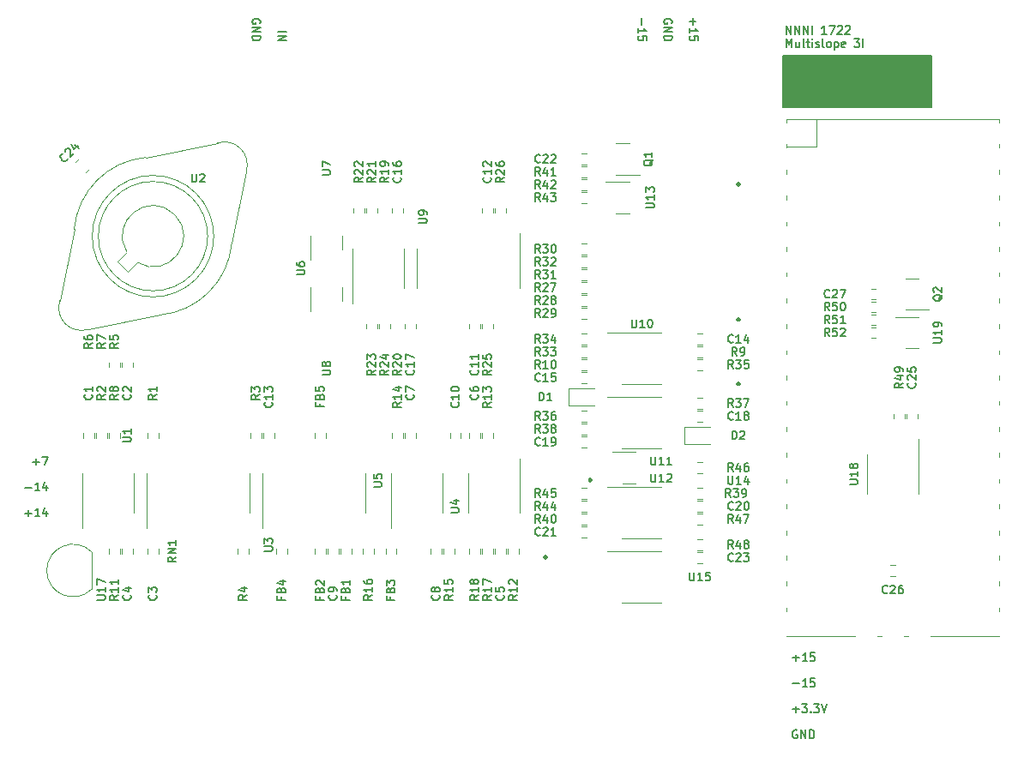
<source format=gbr>
%TF.GenerationSoftware,KiCad,Pcbnew,(6.0.0)*%
%TF.CreationDate,2022-04-27T01:02:19+05:30*%
%TF.ProjectId,Multislope 3I,4d756c74-6973-46c6-9f70-652033492e6b,rev?*%
%TF.SameCoordinates,Original*%
%TF.FileFunction,Legend,Top*%
%TF.FilePolarity,Positive*%
%FSLAX46Y46*%
G04 Gerber Fmt 4.6, Leading zero omitted, Abs format (unit mm)*
G04 Created by KiCad (PCBNEW (6.0.0)) date 2022-04-27 01:02:19*
%MOMM*%
%LPD*%
G01*
G04 APERTURE LIST*
%ADD10C,0.150000*%
%ADD11C,0.152400*%
%ADD12C,0.300000*%
%ADD13C,0.120000*%
G04 APERTURE END LIST*
D10*
X167005000Y-67945000D02*
X181610000Y-67945000D01*
X181610000Y-67945000D02*
X181610000Y-73025000D01*
X181610000Y-73025000D02*
X167005000Y-73025000D01*
X167005000Y-73025000D02*
X167005000Y-67945000D01*
G36*
X167005000Y-67945000D02*
G01*
X181610000Y-67945000D01*
X181610000Y-73025000D01*
X167005000Y-73025000D01*
X167005000Y-67945000D01*
G37*
D11*
X117107304Y-65530911D02*
X117920104Y-65530911D01*
X117107304Y-65917959D02*
X117920104Y-65917959D01*
X117107304Y-66382416D01*
X117920104Y-66382416D01*
X168358336Y-134531100D02*
X168280926Y-134492395D01*
X168164812Y-134492395D01*
X168048698Y-134531100D01*
X167971288Y-134608509D01*
X167932583Y-134685919D01*
X167893879Y-134840738D01*
X167893879Y-134956852D01*
X167932583Y-135111671D01*
X167971288Y-135189080D01*
X168048698Y-135266490D01*
X168164812Y-135305195D01*
X168242221Y-135305195D01*
X168358336Y-135266490D01*
X168397040Y-135227785D01*
X168397040Y-134956852D01*
X168242221Y-134956852D01*
X168745383Y-135305195D02*
X168745383Y-134492395D01*
X169209840Y-135305195D01*
X169209840Y-134492395D01*
X169596888Y-135305195D02*
X169596888Y-134492395D01*
X169790412Y-134492395D01*
X169906526Y-134531100D01*
X169983936Y-134608509D01*
X170022640Y-134685919D01*
X170061345Y-134840738D01*
X170061345Y-134956852D01*
X170022640Y-135111671D01*
X169983936Y-135189080D01*
X169906526Y-135266490D01*
X169790412Y-135305195D01*
X169596888Y-135305195D01*
D12*
X143510000Y-117375714D02*
X143581428Y-117447142D01*
X143510000Y-117518571D01*
X143438571Y-117447142D01*
X143510000Y-117375714D01*
X143510000Y-117518571D01*
D11*
X155981400Y-64718111D02*
X156020104Y-64640701D01*
X156020104Y-64524587D01*
X155981400Y-64408473D01*
X155903990Y-64331063D01*
X155826580Y-64292359D01*
X155671761Y-64253654D01*
X155555647Y-64253654D01*
X155400828Y-64292359D01*
X155323419Y-64331063D01*
X155246009Y-64408473D01*
X155207304Y-64524587D01*
X155207304Y-64601997D01*
X155246009Y-64718111D01*
X155284714Y-64756816D01*
X155555647Y-64756816D01*
X155555647Y-64601997D01*
X155207304Y-65105159D02*
X156020104Y-65105159D01*
X155207304Y-65569616D01*
X156020104Y-65569616D01*
X155207304Y-65956663D02*
X156020104Y-65956663D01*
X156020104Y-66150187D01*
X155981400Y-66266301D01*
X155903990Y-66343711D01*
X155826580Y-66382416D01*
X155671761Y-66421120D01*
X155555647Y-66421120D01*
X155400828Y-66382416D01*
X155323419Y-66343711D01*
X155246009Y-66266301D01*
X155207304Y-66150187D01*
X155207304Y-65956663D01*
X92154949Y-113088057D02*
X92774225Y-113088057D01*
X92464587Y-113397695D02*
X92464587Y-112778419D01*
X93587025Y-113397695D02*
X93122568Y-113397695D01*
X93354797Y-113397695D02*
X93354797Y-112584895D01*
X93277387Y-112701009D01*
X93199978Y-112778419D01*
X93122568Y-112817123D01*
X94283711Y-112855828D02*
X94283711Y-113397695D01*
X94090187Y-112546190D02*
X93896663Y-113126761D01*
X94399825Y-113126761D01*
X167932583Y-132455557D02*
X168551860Y-132455557D01*
X168242221Y-132765195D02*
X168242221Y-132145919D01*
X168861498Y-131952395D02*
X169364660Y-131952395D01*
X169093726Y-132262033D01*
X169209840Y-132262033D01*
X169287250Y-132300738D01*
X169325955Y-132339442D01*
X169364660Y-132416852D01*
X169364660Y-132610376D01*
X169325955Y-132687785D01*
X169287250Y-132726490D01*
X169209840Y-132765195D01*
X168977612Y-132765195D01*
X168900202Y-132726490D01*
X168861498Y-132687785D01*
X169713002Y-132687785D02*
X169751707Y-132726490D01*
X169713002Y-132765195D01*
X169674298Y-132726490D01*
X169713002Y-132687785D01*
X169713002Y-132765195D01*
X170022640Y-131952395D02*
X170525802Y-131952395D01*
X170254869Y-132262033D01*
X170370983Y-132262033D01*
X170448393Y-132300738D01*
X170487098Y-132339442D01*
X170525802Y-132416852D01*
X170525802Y-132610376D01*
X170487098Y-132687785D01*
X170448393Y-132726490D01*
X170370983Y-132765195D01*
X170138755Y-132765195D01*
X170061345Y-132726490D01*
X170022640Y-132687785D01*
X170758031Y-131952395D02*
X171028964Y-132765195D01*
X171299898Y-131952395D01*
D12*
X162560000Y-100230714D02*
X162631428Y-100302142D01*
X162560000Y-100373571D01*
X162488571Y-100302142D01*
X162560000Y-100230714D01*
X162560000Y-100373571D01*
X147955000Y-109755714D02*
X148026428Y-109827142D01*
X147955000Y-109898571D01*
X147883571Y-109827142D01*
X147955000Y-109755714D01*
X147955000Y-109898571D01*
D11*
X115341400Y-64718111D02*
X115380104Y-64640701D01*
X115380104Y-64524587D01*
X115341400Y-64408473D01*
X115263990Y-64331063D01*
X115186580Y-64292359D01*
X115031761Y-64253654D01*
X114915647Y-64253654D01*
X114760828Y-64292359D01*
X114683419Y-64331063D01*
X114606009Y-64408473D01*
X114567304Y-64524587D01*
X114567304Y-64601997D01*
X114606009Y-64718111D01*
X114644714Y-64756816D01*
X114915647Y-64756816D01*
X114915647Y-64601997D01*
X114567304Y-65105159D02*
X115380104Y-65105159D01*
X114567304Y-65569616D01*
X115380104Y-65569616D01*
X114567304Y-65956663D02*
X115380104Y-65956663D01*
X115380104Y-66150187D01*
X115341400Y-66266301D01*
X115263990Y-66343711D01*
X115186580Y-66382416D01*
X115031761Y-66421120D01*
X114915647Y-66421120D01*
X114760828Y-66382416D01*
X114683419Y-66343711D01*
X114606009Y-66266301D01*
X114567304Y-66150187D01*
X114567304Y-65956663D01*
X92154949Y-110548057D02*
X92774225Y-110548057D01*
X93587025Y-110857695D02*
X93122568Y-110857695D01*
X93354797Y-110857695D02*
X93354797Y-110044895D01*
X93277387Y-110161009D01*
X93199978Y-110238419D01*
X93122568Y-110277123D01*
X94283711Y-110315828D02*
X94283711Y-110857695D01*
X94090187Y-110006190D02*
X93896663Y-110586761D01*
X94399825Y-110586761D01*
X167297583Y-65753391D02*
X167297583Y-64940591D01*
X167762040Y-65753391D01*
X167762040Y-64940591D01*
X168149088Y-65753391D02*
X168149088Y-64940591D01*
X168613545Y-65753391D01*
X168613545Y-64940591D01*
X169000593Y-65753391D02*
X169000593Y-64940591D01*
X169465050Y-65753391D01*
X169465050Y-64940591D01*
X169852098Y-65753391D02*
X169852098Y-64940591D01*
X171284174Y-65753391D02*
X170819717Y-65753391D01*
X171051945Y-65753391D02*
X171051945Y-64940591D01*
X170974536Y-65056705D01*
X170897126Y-65134115D01*
X170819717Y-65172819D01*
X171555107Y-64940591D02*
X172096974Y-64940591D01*
X171748631Y-65753391D01*
X172367907Y-65018000D02*
X172406612Y-64979296D01*
X172484021Y-64940591D01*
X172677545Y-64940591D01*
X172754955Y-64979296D01*
X172793660Y-65018000D01*
X172832364Y-65095410D01*
X172832364Y-65172819D01*
X172793660Y-65288934D01*
X172329202Y-65753391D01*
X172832364Y-65753391D01*
X173142002Y-65018000D02*
X173180707Y-64979296D01*
X173258117Y-64940591D01*
X173451640Y-64940591D01*
X173529050Y-64979296D01*
X173567755Y-65018000D01*
X173606460Y-65095410D01*
X173606460Y-65172819D01*
X173567755Y-65288934D01*
X173103298Y-65753391D01*
X173606460Y-65753391D01*
X167297583Y-67061999D02*
X167297583Y-66249199D01*
X167568517Y-66829770D01*
X167839450Y-66249199D01*
X167839450Y-67061999D01*
X168574840Y-66520132D02*
X168574840Y-67061999D01*
X168226498Y-66520132D02*
X168226498Y-66945884D01*
X168265202Y-67023294D01*
X168342612Y-67061999D01*
X168458726Y-67061999D01*
X168536136Y-67023294D01*
X168574840Y-66984589D01*
X169078002Y-67061999D02*
X169000593Y-67023294D01*
X168961888Y-66945884D01*
X168961888Y-66249199D01*
X169271526Y-66520132D02*
X169581164Y-66520132D01*
X169387640Y-66249199D02*
X169387640Y-66945884D01*
X169426345Y-67023294D01*
X169503755Y-67061999D01*
X169581164Y-67061999D01*
X169852098Y-67061999D02*
X169852098Y-66520132D01*
X169852098Y-66249199D02*
X169813393Y-66287904D01*
X169852098Y-66326608D01*
X169890802Y-66287904D01*
X169852098Y-66249199D01*
X169852098Y-66326608D01*
X170200440Y-67023294D02*
X170277850Y-67061999D01*
X170432669Y-67061999D01*
X170510079Y-67023294D01*
X170548783Y-66945884D01*
X170548783Y-66907180D01*
X170510079Y-66829770D01*
X170432669Y-66791065D01*
X170316555Y-66791065D01*
X170239145Y-66752361D01*
X170200440Y-66674951D01*
X170200440Y-66636246D01*
X170239145Y-66558837D01*
X170316555Y-66520132D01*
X170432669Y-66520132D01*
X170510079Y-66558837D01*
X171013240Y-67061999D02*
X170935831Y-67023294D01*
X170897126Y-66945884D01*
X170897126Y-66249199D01*
X171438993Y-67061999D02*
X171361583Y-67023294D01*
X171322879Y-66984589D01*
X171284174Y-66907180D01*
X171284174Y-66674951D01*
X171322879Y-66597542D01*
X171361583Y-66558837D01*
X171438993Y-66520132D01*
X171555107Y-66520132D01*
X171632517Y-66558837D01*
X171671221Y-66597542D01*
X171709926Y-66674951D01*
X171709926Y-66907180D01*
X171671221Y-66984589D01*
X171632517Y-67023294D01*
X171555107Y-67061999D01*
X171438993Y-67061999D01*
X172058269Y-66520132D02*
X172058269Y-67332932D01*
X172058269Y-66558837D02*
X172135679Y-66520132D01*
X172290498Y-66520132D01*
X172367907Y-66558837D01*
X172406612Y-66597542D01*
X172445317Y-66674951D01*
X172445317Y-66907180D01*
X172406612Y-66984589D01*
X172367907Y-67023294D01*
X172290498Y-67061999D01*
X172135679Y-67061999D01*
X172058269Y-67023294D01*
X173103298Y-67023294D02*
X173025888Y-67061999D01*
X172871069Y-67061999D01*
X172793660Y-67023294D01*
X172754955Y-66945884D01*
X172754955Y-66636246D01*
X172793660Y-66558837D01*
X172871069Y-66520132D01*
X173025888Y-66520132D01*
X173103298Y-66558837D01*
X173142002Y-66636246D01*
X173142002Y-66713656D01*
X172754955Y-66791065D01*
X174032212Y-66249199D02*
X174535374Y-66249199D01*
X174264440Y-66558837D01*
X174380555Y-66558837D01*
X174457964Y-66597542D01*
X174496669Y-66636246D01*
X174535374Y-66713656D01*
X174535374Y-66907180D01*
X174496669Y-66984589D01*
X174457964Y-67023294D01*
X174380555Y-67061999D01*
X174148326Y-67061999D01*
X174070917Y-67023294D01*
X174032212Y-66984589D01*
X174883717Y-67061999D02*
X174883717Y-66249199D01*
D12*
X162560000Y-80545714D02*
X162631428Y-80617142D01*
X162560000Y-80688571D01*
X162488571Y-80617142D01*
X162560000Y-80545714D01*
X162560000Y-80688571D01*
D11*
X158056942Y-64214949D02*
X158056942Y-64834225D01*
X157747304Y-64524587D02*
X158366580Y-64524587D01*
X157747304Y-65647025D02*
X157747304Y-65182568D01*
X157747304Y-65414797D02*
X158560104Y-65414797D01*
X158443990Y-65337387D01*
X158366580Y-65259978D01*
X158327876Y-65182568D01*
X158560104Y-66382416D02*
X158560104Y-65995368D01*
X158173057Y-65956663D01*
X158211761Y-65995368D01*
X158250466Y-66072778D01*
X158250466Y-66266301D01*
X158211761Y-66343711D01*
X158173057Y-66382416D01*
X158095647Y-66421120D01*
X157902123Y-66421120D01*
X157824714Y-66382416D01*
X157786009Y-66343711D01*
X157747304Y-66266301D01*
X157747304Y-66072778D01*
X157786009Y-65995368D01*
X157824714Y-65956663D01*
D12*
X162560000Y-93880714D02*
X162631428Y-93952142D01*
X162560000Y-94023571D01*
X162488571Y-93952142D01*
X162560000Y-93880714D01*
X162560000Y-94023571D01*
D11*
X167932583Y-127375557D02*
X168551860Y-127375557D01*
X168242221Y-127685195D02*
X168242221Y-127065919D01*
X169364660Y-127685195D02*
X168900202Y-127685195D01*
X169132431Y-127685195D02*
X169132431Y-126872395D01*
X169055021Y-126988509D01*
X168977612Y-127065919D01*
X168900202Y-127104623D01*
X170100050Y-126872395D02*
X169713002Y-126872395D01*
X169674298Y-127259442D01*
X169713002Y-127220738D01*
X169790412Y-127182033D01*
X169983936Y-127182033D01*
X170061345Y-127220738D01*
X170100050Y-127259442D01*
X170138755Y-127336852D01*
X170138755Y-127530376D01*
X170100050Y-127607785D01*
X170061345Y-127646490D01*
X169983936Y-127685195D01*
X169790412Y-127685195D01*
X169713002Y-127646490D01*
X169674298Y-127607785D01*
X92929044Y-108008057D02*
X93548320Y-108008057D01*
X93238682Y-108317695D02*
X93238682Y-107698419D01*
X93857959Y-107504895D02*
X94399825Y-107504895D01*
X94051482Y-108317695D01*
X167932583Y-129915557D02*
X168551860Y-129915557D01*
X169364660Y-130225195D02*
X168900202Y-130225195D01*
X169132431Y-130225195D02*
X169132431Y-129412395D01*
X169055021Y-129528509D01*
X168977612Y-129605919D01*
X168900202Y-129644623D01*
X170100050Y-129412395D02*
X169713002Y-129412395D01*
X169674298Y-129799442D01*
X169713002Y-129760738D01*
X169790412Y-129722033D01*
X169983936Y-129722033D01*
X170061345Y-129760738D01*
X170100050Y-129799442D01*
X170138755Y-129876852D01*
X170138755Y-130070376D01*
X170100050Y-130147785D01*
X170061345Y-130186490D01*
X169983936Y-130225195D01*
X169790412Y-130225195D01*
X169713002Y-130186490D01*
X169674298Y-130147785D01*
X152976942Y-64214949D02*
X152976942Y-64834225D01*
X152667304Y-65647025D02*
X152667304Y-65182568D01*
X152667304Y-65414797D02*
X153480104Y-65414797D01*
X153363990Y-65337387D01*
X153286580Y-65259978D01*
X153247876Y-65182568D01*
X153480104Y-66382416D02*
X153480104Y-65995368D01*
X153093057Y-65956663D01*
X153131761Y-65995368D01*
X153170466Y-66072778D01*
X153170466Y-66266301D01*
X153131761Y-66343711D01*
X153093057Y-66382416D01*
X153015647Y-66421120D01*
X152822123Y-66421120D01*
X152744714Y-66382416D01*
X152706009Y-66343711D01*
X152667304Y-66266301D01*
X152667304Y-66072778D01*
X152706009Y-65995368D01*
X152744714Y-65956663D01*
D10*
%TO.C,C26*%
X177277485Y-120940285D02*
X177238780Y-120978990D01*
X177122666Y-121017695D01*
X177045257Y-121017695D01*
X176929142Y-120978990D01*
X176851733Y-120901580D01*
X176813028Y-120824171D01*
X176774323Y-120669352D01*
X176774323Y-120553238D01*
X176813028Y-120398419D01*
X176851733Y-120321009D01*
X176929142Y-120243600D01*
X177045257Y-120204895D01*
X177122666Y-120204895D01*
X177238780Y-120243600D01*
X177277485Y-120282304D01*
X177587123Y-120282304D02*
X177625828Y-120243600D01*
X177703238Y-120204895D01*
X177896761Y-120204895D01*
X177974171Y-120243600D01*
X178012876Y-120282304D01*
X178051580Y-120359714D01*
X178051580Y-120437123D01*
X178012876Y-120553238D01*
X177548419Y-121017695D01*
X178051580Y-121017695D01*
X178748266Y-120204895D02*
X178593447Y-120204895D01*
X178516038Y-120243600D01*
X178477333Y-120282304D01*
X178399923Y-120398419D01*
X178361219Y-120553238D01*
X178361219Y-120862876D01*
X178399923Y-120940285D01*
X178438628Y-120978990D01*
X178516038Y-121017695D01*
X178670857Y-121017695D01*
X178748266Y-120978990D01*
X178786971Y-120940285D01*
X178825676Y-120862876D01*
X178825676Y-120669352D01*
X178786971Y-120591942D01*
X178748266Y-120553238D01*
X178670857Y-120514533D01*
X178516038Y-120514533D01*
X178438628Y-120553238D01*
X178399923Y-120591942D01*
X178361219Y-120669352D01*
%TO.C,R7*%
X100062695Y-96276414D02*
X99675647Y-96547347D01*
X100062695Y-96740871D02*
X99249895Y-96740871D01*
X99249895Y-96431233D01*
X99288600Y-96353823D01*
X99327304Y-96315119D01*
X99404714Y-96276414D01*
X99520828Y-96276414D01*
X99598238Y-96315119D01*
X99636942Y-96353823D01*
X99675647Y-96431233D01*
X99675647Y-96740871D01*
X99249895Y-96005480D02*
X99249895Y-95463614D01*
X100062695Y-95811957D01*
%TO.C,R47*%
X162037485Y-114032695D02*
X161766552Y-113645647D01*
X161573028Y-114032695D02*
X161573028Y-113219895D01*
X161882666Y-113219895D01*
X161960076Y-113258600D01*
X161998780Y-113297304D01*
X162037485Y-113374714D01*
X162037485Y-113490828D01*
X161998780Y-113568238D01*
X161960076Y-113606942D01*
X161882666Y-113645647D01*
X161573028Y-113645647D01*
X162734171Y-113490828D02*
X162734171Y-114032695D01*
X162540647Y-113181190D02*
X162347123Y-113761761D01*
X162850285Y-113761761D01*
X163082514Y-113219895D02*
X163624380Y-113219895D01*
X163276038Y-114032695D01*
%TO.C,R29*%
X142987485Y-93712695D02*
X142716552Y-93325647D01*
X142523028Y-93712695D02*
X142523028Y-92899895D01*
X142832666Y-92899895D01*
X142910076Y-92938600D01*
X142948780Y-92977304D01*
X142987485Y-93054714D01*
X142987485Y-93170828D01*
X142948780Y-93248238D01*
X142910076Y-93286942D01*
X142832666Y-93325647D01*
X142523028Y-93325647D01*
X143297123Y-92977304D02*
X143335828Y-92938600D01*
X143413238Y-92899895D01*
X143606761Y-92899895D01*
X143684171Y-92938600D01*
X143722876Y-92977304D01*
X143761580Y-93054714D01*
X143761580Y-93132123D01*
X143722876Y-93248238D01*
X143258419Y-93712695D01*
X143761580Y-93712695D01*
X144148628Y-93712695D02*
X144303447Y-93712695D01*
X144380857Y-93673990D01*
X144419561Y-93635285D01*
X144496971Y-93519171D01*
X144535676Y-93364352D01*
X144535676Y-93054714D01*
X144496971Y-92977304D01*
X144458266Y-92938600D01*
X144380857Y-92899895D01*
X144226038Y-92899895D01*
X144148628Y-92938600D01*
X144109923Y-92977304D01*
X144071219Y-93054714D01*
X144071219Y-93248238D01*
X144109923Y-93325647D01*
X144148628Y-93364352D01*
X144226038Y-93403057D01*
X144380857Y-93403057D01*
X144458266Y-93364352D01*
X144496971Y-93325647D01*
X144535676Y-93248238D01*
%TO.C,RN1*%
X107047695Y-117401219D02*
X106660647Y-117672152D01*
X107047695Y-117865676D02*
X106234895Y-117865676D01*
X106234895Y-117556038D01*
X106273600Y-117478628D01*
X106312304Y-117439923D01*
X106389714Y-117401219D01*
X106505828Y-117401219D01*
X106583238Y-117439923D01*
X106621942Y-117478628D01*
X106660647Y-117556038D01*
X106660647Y-117865676D01*
X107047695Y-117052876D02*
X106234895Y-117052876D01*
X107047695Y-116588419D01*
X106234895Y-116588419D01*
X107047695Y-115775619D02*
X107047695Y-116240076D01*
X107047695Y-116007847D02*
X106234895Y-116007847D01*
X106351009Y-116085257D01*
X106428419Y-116162666D01*
X106467123Y-116240076D01*
%TO.C,C5*%
X139355285Y-121164519D02*
X139393990Y-121203223D01*
X139432695Y-121319338D01*
X139432695Y-121396747D01*
X139393990Y-121512861D01*
X139316580Y-121590271D01*
X139239171Y-121628976D01*
X139084352Y-121667680D01*
X138968238Y-121667680D01*
X138813419Y-121628976D01*
X138736009Y-121590271D01*
X138658600Y-121512861D01*
X138619895Y-121396747D01*
X138619895Y-121319338D01*
X138658600Y-121203223D01*
X138697304Y-121164519D01*
X138619895Y-120429128D02*
X138619895Y-120816176D01*
X139006942Y-120854880D01*
X138968238Y-120816176D01*
X138929533Y-120738766D01*
X138929533Y-120545242D01*
X138968238Y-120467833D01*
X139006942Y-120429128D01*
X139084352Y-120390423D01*
X139277876Y-120390423D01*
X139355285Y-120429128D01*
X139393990Y-120467833D01*
X139432695Y-120545242D01*
X139432695Y-120738766D01*
X139393990Y-120816176D01*
X139355285Y-120854880D01*
%TO.C,R38*%
X142987485Y-105142695D02*
X142716552Y-104755647D01*
X142523028Y-105142695D02*
X142523028Y-104329895D01*
X142832666Y-104329895D01*
X142910076Y-104368600D01*
X142948780Y-104407304D01*
X142987485Y-104484714D01*
X142987485Y-104600828D01*
X142948780Y-104678238D01*
X142910076Y-104716942D01*
X142832666Y-104755647D01*
X142523028Y-104755647D01*
X143258419Y-104329895D02*
X143761580Y-104329895D01*
X143490647Y-104639533D01*
X143606761Y-104639533D01*
X143684171Y-104678238D01*
X143722876Y-104716942D01*
X143761580Y-104794352D01*
X143761580Y-104987876D01*
X143722876Y-105065285D01*
X143684171Y-105103990D01*
X143606761Y-105142695D01*
X143374533Y-105142695D01*
X143297123Y-105103990D01*
X143258419Y-105065285D01*
X144226038Y-104678238D02*
X144148628Y-104639533D01*
X144109923Y-104600828D01*
X144071219Y-104523419D01*
X144071219Y-104484714D01*
X144109923Y-104407304D01*
X144148628Y-104368600D01*
X144226038Y-104329895D01*
X144380857Y-104329895D01*
X144458266Y-104368600D01*
X144496971Y-104407304D01*
X144535676Y-104484714D01*
X144535676Y-104523419D01*
X144496971Y-104600828D01*
X144458266Y-104639533D01*
X144380857Y-104678238D01*
X144226038Y-104678238D01*
X144148628Y-104716942D01*
X144109923Y-104755647D01*
X144071219Y-104833057D01*
X144071219Y-104987876D01*
X144109923Y-105065285D01*
X144148628Y-105103990D01*
X144226038Y-105142695D01*
X144380857Y-105142695D01*
X144458266Y-105103990D01*
X144496971Y-105065285D01*
X144535676Y-104987876D01*
X144535676Y-104833057D01*
X144496971Y-104755647D01*
X144458266Y-104716942D01*
X144380857Y-104678238D01*
%TO.C,R21*%
X126732695Y-79905509D02*
X126345647Y-80176442D01*
X126732695Y-80369966D02*
X125919895Y-80369966D01*
X125919895Y-80060328D01*
X125958600Y-79982919D01*
X125997304Y-79944214D01*
X126074714Y-79905509D01*
X126190828Y-79905509D01*
X126268238Y-79944214D01*
X126306942Y-79982919D01*
X126345647Y-80060328D01*
X126345647Y-80369966D01*
X125997304Y-79595871D02*
X125958600Y-79557166D01*
X125919895Y-79479757D01*
X125919895Y-79286233D01*
X125958600Y-79208823D01*
X125997304Y-79170119D01*
X126074714Y-79131414D01*
X126152123Y-79131414D01*
X126268238Y-79170119D01*
X126732695Y-79634576D01*
X126732695Y-79131414D01*
X126732695Y-78357319D02*
X126732695Y-78821776D01*
X126732695Y-78589547D02*
X125919895Y-78589547D01*
X126036009Y-78666957D01*
X126113419Y-78744366D01*
X126152123Y-78821776D01*
%TO.C,C21*%
X142987485Y-115225285D02*
X142948780Y-115263990D01*
X142832666Y-115302695D01*
X142755257Y-115302695D01*
X142639142Y-115263990D01*
X142561733Y-115186580D01*
X142523028Y-115109171D01*
X142484323Y-114954352D01*
X142484323Y-114838238D01*
X142523028Y-114683419D01*
X142561733Y-114606009D01*
X142639142Y-114528600D01*
X142755257Y-114489895D01*
X142832666Y-114489895D01*
X142948780Y-114528600D01*
X142987485Y-114567304D01*
X143297123Y-114567304D02*
X143335828Y-114528600D01*
X143413238Y-114489895D01*
X143606761Y-114489895D01*
X143684171Y-114528600D01*
X143722876Y-114567304D01*
X143761580Y-114644714D01*
X143761580Y-114722123D01*
X143722876Y-114838238D01*
X143258419Y-115302695D01*
X143761580Y-115302695D01*
X144535676Y-115302695D02*
X144071219Y-115302695D01*
X144303447Y-115302695D02*
X144303447Y-114489895D01*
X144226038Y-114606009D01*
X144148628Y-114683419D01*
X144071219Y-114722123D01*
%TO.C,R43*%
X142987485Y-82282695D02*
X142716552Y-81895647D01*
X142523028Y-82282695D02*
X142523028Y-81469895D01*
X142832666Y-81469895D01*
X142910076Y-81508600D01*
X142948780Y-81547304D01*
X142987485Y-81624714D01*
X142987485Y-81740828D01*
X142948780Y-81818238D01*
X142910076Y-81856942D01*
X142832666Y-81895647D01*
X142523028Y-81895647D01*
X143684171Y-81740828D02*
X143684171Y-82282695D01*
X143490647Y-81431190D02*
X143297123Y-82011761D01*
X143800285Y-82011761D01*
X144032514Y-81469895D02*
X144535676Y-81469895D01*
X144264742Y-81779533D01*
X144380857Y-81779533D01*
X144458266Y-81818238D01*
X144496971Y-81856942D01*
X144535676Y-81934352D01*
X144535676Y-82127876D01*
X144496971Y-82205285D01*
X144458266Y-82243990D01*
X144380857Y-82282695D01*
X144148628Y-82282695D01*
X144071219Y-82243990D01*
X144032514Y-82205285D01*
%TO.C,R24*%
X128002695Y-98939519D02*
X127615647Y-99210452D01*
X128002695Y-99403976D02*
X127189895Y-99403976D01*
X127189895Y-99094338D01*
X127228600Y-99016928D01*
X127267304Y-98978223D01*
X127344714Y-98939519D01*
X127460828Y-98939519D01*
X127538238Y-98978223D01*
X127576942Y-99016928D01*
X127615647Y-99094338D01*
X127615647Y-99403976D01*
X127267304Y-98629880D02*
X127228600Y-98591176D01*
X127189895Y-98513766D01*
X127189895Y-98320242D01*
X127228600Y-98242833D01*
X127267304Y-98204128D01*
X127344714Y-98165423D01*
X127422123Y-98165423D01*
X127538238Y-98204128D01*
X128002695Y-98668585D01*
X128002695Y-98165423D01*
X127460828Y-97468738D02*
X128002695Y-97468738D01*
X127151190Y-97662261D02*
X127731761Y-97855785D01*
X127731761Y-97352623D01*
%TO.C,C27*%
X171562485Y-91730285D02*
X171523780Y-91768990D01*
X171407666Y-91807695D01*
X171330257Y-91807695D01*
X171214142Y-91768990D01*
X171136733Y-91691580D01*
X171098028Y-91614171D01*
X171059323Y-91459352D01*
X171059323Y-91343238D01*
X171098028Y-91188419D01*
X171136733Y-91111009D01*
X171214142Y-91033600D01*
X171330257Y-90994895D01*
X171407666Y-90994895D01*
X171523780Y-91033600D01*
X171562485Y-91072304D01*
X171872123Y-91072304D02*
X171910828Y-91033600D01*
X171988238Y-90994895D01*
X172181761Y-90994895D01*
X172259171Y-91033600D01*
X172297876Y-91072304D01*
X172336580Y-91149714D01*
X172336580Y-91227123D01*
X172297876Y-91343238D01*
X171833419Y-91807695D01*
X172336580Y-91807695D01*
X172607514Y-90994895D02*
X173149380Y-90994895D01*
X172801038Y-91807695D01*
%TO.C,C1*%
X98715285Y-101356414D02*
X98753990Y-101395119D01*
X98792695Y-101511233D01*
X98792695Y-101588642D01*
X98753990Y-101704757D01*
X98676580Y-101782166D01*
X98599171Y-101820871D01*
X98444352Y-101859576D01*
X98328238Y-101859576D01*
X98173419Y-101820871D01*
X98096009Y-101782166D01*
X98018600Y-101704757D01*
X97979895Y-101588642D01*
X97979895Y-101511233D01*
X98018600Y-101395119D01*
X98057304Y-101356414D01*
X98792695Y-100582319D02*
X98792695Y-101046776D01*
X98792695Y-100814547D02*
X97979895Y-100814547D01*
X98096009Y-100891957D01*
X98173419Y-100969366D01*
X98212123Y-101046776D01*
%TO.C,R50*%
X171562485Y-93077695D02*
X171291552Y-92690647D01*
X171098028Y-93077695D02*
X171098028Y-92264895D01*
X171407666Y-92264895D01*
X171485076Y-92303600D01*
X171523780Y-92342304D01*
X171562485Y-92419714D01*
X171562485Y-92535828D01*
X171523780Y-92613238D01*
X171485076Y-92651942D01*
X171407666Y-92690647D01*
X171098028Y-92690647D01*
X172297876Y-92264895D02*
X171910828Y-92264895D01*
X171872123Y-92651942D01*
X171910828Y-92613238D01*
X171988238Y-92574533D01*
X172181761Y-92574533D01*
X172259171Y-92613238D01*
X172297876Y-92651942D01*
X172336580Y-92729352D01*
X172336580Y-92922876D01*
X172297876Y-93000285D01*
X172259171Y-93038990D01*
X172181761Y-93077695D01*
X171988238Y-93077695D01*
X171910828Y-93038990D01*
X171872123Y-93000285D01*
X172839742Y-92264895D02*
X172917152Y-92264895D01*
X172994561Y-92303600D01*
X173033266Y-92342304D01*
X173071971Y-92419714D01*
X173110676Y-92574533D01*
X173110676Y-92768057D01*
X173071971Y-92922876D01*
X173033266Y-93000285D01*
X172994561Y-93038990D01*
X172917152Y-93077695D01*
X172839742Y-93077695D01*
X172762333Y-93038990D01*
X172723628Y-93000285D01*
X172684923Y-92922876D01*
X172646219Y-92768057D01*
X172646219Y-92574533D01*
X172684923Y-92419714D01*
X172723628Y-92342304D01*
X172762333Y-92303600D01*
X172839742Y-92264895D01*
%TO.C,R42*%
X142987485Y-81012695D02*
X142716552Y-80625647D01*
X142523028Y-81012695D02*
X142523028Y-80199895D01*
X142832666Y-80199895D01*
X142910076Y-80238600D01*
X142948780Y-80277304D01*
X142987485Y-80354714D01*
X142987485Y-80470828D01*
X142948780Y-80548238D01*
X142910076Y-80586942D01*
X142832666Y-80625647D01*
X142523028Y-80625647D01*
X143684171Y-80470828D02*
X143684171Y-81012695D01*
X143490647Y-80161190D02*
X143297123Y-80741761D01*
X143800285Y-80741761D01*
X144071219Y-80277304D02*
X144109923Y-80238600D01*
X144187333Y-80199895D01*
X144380857Y-80199895D01*
X144458266Y-80238600D01*
X144496971Y-80277304D01*
X144535676Y-80354714D01*
X144535676Y-80432123D01*
X144496971Y-80548238D01*
X144032514Y-81012695D01*
X144535676Y-81012695D01*
%TO.C,R22*%
X125462695Y-79905509D02*
X125075647Y-80176442D01*
X125462695Y-80369966D02*
X124649895Y-80369966D01*
X124649895Y-80060328D01*
X124688600Y-79982919D01*
X124727304Y-79944214D01*
X124804714Y-79905509D01*
X124920828Y-79905509D01*
X124998238Y-79944214D01*
X125036942Y-79982919D01*
X125075647Y-80060328D01*
X125075647Y-80369966D01*
X124727304Y-79595871D02*
X124688600Y-79557166D01*
X124649895Y-79479757D01*
X124649895Y-79286233D01*
X124688600Y-79208823D01*
X124727304Y-79170119D01*
X124804714Y-79131414D01*
X124882123Y-79131414D01*
X124998238Y-79170119D01*
X125462695Y-79634576D01*
X125462695Y-79131414D01*
X124727304Y-78821776D02*
X124688600Y-78783071D01*
X124649895Y-78705661D01*
X124649895Y-78512138D01*
X124688600Y-78434728D01*
X124727304Y-78396023D01*
X124804714Y-78357319D01*
X124882123Y-78357319D01*
X124998238Y-78396023D01*
X125462695Y-78860480D01*
X125462695Y-78357319D01*
%TO.C,Q1*%
X154115104Y-78182409D02*
X154076400Y-78259819D01*
X153998990Y-78337228D01*
X153882876Y-78453342D01*
X153844171Y-78530752D01*
X153844171Y-78608161D01*
X154037695Y-78569457D02*
X153998990Y-78646866D01*
X153921580Y-78724276D01*
X153766761Y-78762980D01*
X153495828Y-78762980D01*
X153341009Y-78724276D01*
X153263600Y-78646866D01*
X153224895Y-78569457D01*
X153224895Y-78414638D01*
X153263600Y-78337228D01*
X153341009Y-78259819D01*
X153495828Y-78221114D01*
X153766761Y-78221114D01*
X153921580Y-78259819D01*
X153998990Y-78337228D01*
X154037695Y-78414638D01*
X154037695Y-78569457D01*
X154037695Y-77447019D02*
X154037695Y-77911476D01*
X154037695Y-77679247D02*
X153224895Y-77679247D01*
X153341009Y-77756657D01*
X153418419Y-77834066D01*
X153457123Y-77911476D01*
%TO.C,R34*%
X142987485Y-96252695D02*
X142716552Y-95865647D01*
X142523028Y-96252695D02*
X142523028Y-95439895D01*
X142832666Y-95439895D01*
X142910076Y-95478600D01*
X142948780Y-95517304D01*
X142987485Y-95594714D01*
X142987485Y-95710828D01*
X142948780Y-95788238D01*
X142910076Y-95826942D01*
X142832666Y-95865647D01*
X142523028Y-95865647D01*
X143258419Y-95439895D02*
X143761580Y-95439895D01*
X143490647Y-95749533D01*
X143606761Y-95749533D01*
X143684171Y-95788238D01*
X143722876Y-95826942D01*
X143761580Y-95904352D01*
X143761580Y-96097876D01*
X143722876Y-96175285D01*
X143684171Y-96213990D01*
X143606761Y-96252695D01*
X143374533Y-96252695D01*
X143297123Y-96213990D01*
X143258419Y-96175285D01*
X144458266Y-95710828D02*
X144458266Y-96252695D01*
X144264742Y-95401190D02*
X144071219Y-95981761D01*
X144574380Y-95981761D01*
%TO.C,R4*%
X114032695Y-121164519D02*
X113645647Y-121435452D01*
X114032695Y-121628976D02*
X113219895Y-121628976D01*
X113219895Y-121319338D01*
X113258600Y-121241928D01*
X113297304Y-121203223D01*
X113374714Y-121164519D01*
X113490828Y-121164519D01*
X113568238Y-121203223D01*
X113606942Y-121241928D01*
X113645647Y-121319338D01*
X113645647Y-121628976D01*
X113490828Y-120467833D02*
X114032695Y-120467833D01*
X113181190Y-120661357D02*
X113761761Y-120854880D01*
X113761761Y-120351719D01*
%TO.C,R44*%
X142987485Y-112762695D02*
X142716552Y-112375647D01*
X142523028Y-112762695D02*
X142523028Y-111949895D01*
X142832666Y-111949895D01*
X142910076Y-111988600D01*
X142948780Y-112027304D01*
X142987485Y-112104714D01*
X142987485Y-112220828D01*
X142948780Y-112298238D01*
X142910076Y-112336942D01*
X142832666Y-112375647D01*
X142523028Y-112375647D01*
X143684171Y-112220828D02*
X143684171Y-112762695D01*
X143490647Y-111911190D02*
X143297123Y-112491761D01*
X143800285Y-112491761D01*
X144458266Y-112220828D02*
X144458266Y-112762695D01*
X144264742Y-111911190D02*
X144071219Y-112491761D01*
X144574380Y-112491761D01*
%TO.C,R12*%
X140702695Y-121164519D02*
X140315647Y-121435452D01*
X140702695Y-121628976D02*
X139889895Y-121628976D01*
X139889895Y-121319338D01*
X139928600Y-121241928D01*
X139967304Y-121203223D01*
X140044714Y-121164519D01*
X140160828Y-121164519D01*
X140238238Y-121203223D01*
X140276942Y-121241928D01*
X140315647Y-121319338D01*
X140315647Y-121628976D01*
X140702695Y-120390423D02*
X140702695Y-120854880D01*
X140702695Y-120622652D02*
X139889895Y-120622652D01*
X140006009Y-120700061D01*
X140083419Y-120777471D01*
X140122123Y-120854880D01*
X139967304Y-120080785D02*
X139928600Y-120042080D01*
X139889895Y-119964671D01*
X139889895Y-119771147D01*
X139928600Y-119693738D01*
X139967304Y-119655033D01*
X140044714Y-119616328D01*
X140122123Y-119616328D01*
X140238238Y-119655033D01*
X140702695Y-120119490D01*
X140702695Y-119616328D01*
%TO.C,FB4*%
X117416942Y-121358042D02*
X117416942Y-121628976D01*
X117842695Y-121628976D02*
X117029895Y-121628976D01*
X117029895Y-121241928D01*
X117416942Y-120661357D02*
X117455647Y-120545242D01*
X117494352Y-120506538D01*
X117571761Y-120467833D01*
X117687876Y-120467833D01*
X117765285Y-120506538D01*
X117803990Y-120545242D01*
X117842695Y-120622652D01*
X117842695Y-120932290D01*
X117029895Y-120932290D01*
X117029895Y-120661357D01*
X117068600Y-120583947D01*
X117107304Y-120545242D01*
X117184714Y-120506538D01*
X117262123Y-120506538D01*
X117339533Y-120545242D01*
X117378238Y-120583947D01*
X117416942Y-120661357D01*
X117416942Y-120932290D01*
X117300828Y-119771147D02*
X117842695Y-119771147D01*
X116991190Y-119964671D02*
X117571761Y-120158195D01*
X117571761Y-119655033D01*
%TO.C,R16*%
X126415195Y-121164519D02*
X126028147Y-121435452D01*
X126415195Y-121628976D02*
X125602395Y-121628976D01*
X125602395Y-121319338D01*
X125641100Y-121241928D01*
X125679804Y-121203223D01*
X125757214Y-121164519D01*
X125873328Y-121164519D01*
X125950738Y-121203223D01*
X125989442Y-121241928D01*
X126028147Y-121319338D01*
X126028147Y-121628976D01*
X126415195Y-120390423D02*
X126415195Y-120854880D01*
X126415195Y-120622652D02*
X125602395Y-120622652D01*
X125718509Y-120700061D01*
X125795919Y-120777471D01*
X125834623Y-120854880D01*
X125602395Y-119693738D02*
X125602395Y-119848557D01*
X125641100Y-119925966D01*
X125679804Y-119964671D01*
X125795919Y-120042080D01*
X125950738Y-120080785D01*
X126260376Y-120080785D01*
X126337785Y-120042080D01*
X126376490Y-120003376D01*
X126415195Y-119925966D01*
X126415195Y-119771147D01*
X126376490Y-119693738D01*
X126337785Y-119655033D01*
X126260376Y-119616328D01*
X126066852Y-119616328D01*
X125989442Y-119655033D01*
X125950738Y-119693738D01*
X125912033Y-119771147D01*
X125912033Y-119925966D01*
X125950738Y-120003376D01*
X125989442Y-120042080D01*
X126066852Y-120080785D01*
%TO.C,C17*%
X130465285Y-98939519D02*
X130503990Y-98978223D01*
X130542695Y-99094338D01*
X130542695Y-99171747D01*
X130503990Y-99287861D01*
X130426580Y-99365271D01*
X130349171Y-99403976D01*
X130194352Y-99442680D01*
X130078238Y-99442680D01*
X129923419Y-99403976D01*
X129846009Y-99365271D01*
X129768600Y-99287861D01*
X129729895Y-99171747D01*
X129729895Y-99094338D01*
X129768600Y-98978223D01*
X129807304Y-98939519D01*
X130542695Y-98165423D02*
X130542695Y-98629880D01*
X130542695Y-98397652D02*
X129729895Y-98397652D01*
X129846009Y-98475061D01*
X129923419Y-98552471D01*
X129962123Y-98629880D01*
X129729895Y-97894490D02*
X129729895Y-97352623D01*
X130542695Y-97700966D01*
%TO.C,R17*%
X138162695Y-121164519D02*
X137775647Y-121435452D01*
X138162695Y-121628976D02*
X137349895Y-121628976D01*
X137349895Y-121319338D01*
X137388600Y-121241928D01*
X137427304Y-121203223D01*
X137504714Y-121164519D01*
X137620828Y-121164519D01*
X137698238Y-121203223D01*
X137736942Y-121241928D01*
X137775647Y-121319338D01*
X137775647Y-121628976D01*
X138162695Y-120390423D02*
X138162695Y-120854880D01*
X138162695Y-120622652D02*
X137349895Y-120622652D01*
X137466009Y-120700061D01*
X137543419Y-120777471D01*
X137582123Y-120854880D01*
X137349895Y-120119490D02*
X137349895Y-119577623D01*
X138162695Y-119925966D01*
%TO.C,R41*%
X142987485Y-79742695D02*
X142716552Y-79355647D01*
X142523028Y-79742695D02*
X142523028Y-78929895D01*
X142832666Y-78929895D01*
X142910076Y-78968600D01*
X142948780Y-79007304D01*
X142987485Y-79084714D01*
X142987485Y-79200828D01*
X142948780Y-79278238D01*
X142910076Y-79316942D01*
X142832666Y-79355647D01*
X142523028Y-79355647D01*
X143684171Y-79200828D02*
X143684171Y-79742695D01*
X143490647Y-78891190D02*
X143297123Y-79471761D01*
X143800285Y-79471761D01*
X144535676Y-79742695D02*
X144071219Y-79742695D01*
X144303447Y-79742695D02*
X144303447Y-78929895D01*
X144226038Y-79046009D01*
X144148628Y-79123419D01*
X144071219Y-79162123D01*
%TO.C,R2*%
X100062695Y-101356414D02*
X99675647Y-101627347D01*
X100062695Y-101820871D02*
X99249895Y-101820871D01*
X99249895Y-101511233D01*
X99288600Y-101433823D01*
X99327304Y-101395119D01*
X99404714Y-101356414D01*
X99520828Y-101356414D01*
X99598238Y-101395119D01*
X99636942Y-101433823D01*
X99675647Y-101511233D01*
X99675647Y-101820871D01*
X99327304Y-101046776D02*
X99288600Y-101008071D01*
X99249895Y-100930661D01*
X99249895Y-100737138D01*
X99288600Y-100659728D01*
X99327304Y-100621023D01*
X99404714Y-100582319D01*
X99482123Y-100582319D01*
X99598238Y-100621023D01*
X100062695Y-101085480D01*
X100062695Y-100582319D01*
%TO.C,C14*%
X162037485Y-96175285D02*
X161998780Y-96213990D01*
X161882666Y-96252695D01*
X161805257Y-96252695D01*
X161689142Y-96213990D01*
X161611733Y-96136580D01*
X161573028Y-96059171D01*
X161534323Y-95904352D01*
X161534323Y-95788238D01*
X161573028Y-95633419D01*
X161611733Y-95556009D01*
X161689142Y-95478600D01*
X161805257Y-95439895D01*
X161882666Y-95439895D01*
X161998780Y-95478600D01*
X162037485Y-95517304D01*
X162811580Y-96252695D02*
X162347123Y-96252695D01*
X162579352Y-96252695D02*
X162579352Y-95439895D01*
X162501942Y-95556009D01*
X162424533Y-95633419D01*
X162347123Y-95672123D01*
X163508266Y-95710828D02*
X163508266Y-96252695D01*
X163314742Y-95401190D02*
X163121219Y-95981761D01*
X163624380Y-95981761D01*
%TO.C,C12*%
X138085285Y-79905509D02*
X138123990Y-79944214D01*
X138162695Y-80060328D01*
X138162695Y-80137738D01*
X138123990Y-80253852D01*
X138046580Y-80331261D01*
X137969171Y-80369966D01*
X137814352Y-80408671D01*
X137698238Y-80408671D01*
X137543419Y-80369966D01*
X137466009Y-80331261D01*
X137388600Y-80253852D01*
X137349895Y-80137738D01*
X137349895Y-80060328D01*
X137388600Y-79944214D01*
X137427304Y-79905509D01*
X138162695Y-79131414D02*
X138162695Y-79595871D01*
X138162695Y-79363642D02*
X137349895Y-79363642D01*
X137466009Y-79441052D01*
X137543419Y-79518461D01*
X137582123Y-79595871D01*
X137427304Y-78821776D02*
X137388600Y-78783071D01*
X137349895Y-78705661D01*
X137349895Y-78512138D01*
X137388600Y-78434728D01*
X137427304Y-78396023D01*
X137504714Y-78357319D01*
X137582123Y-78357319D01*
X137698238Y-78396023D01*
X138162695Y-78860480D01*
X138162695Y-78357319D01*
%TO.C,R20*%
X129272695Y-98939519D02*
X128885647Y-99210452D01*
X129272695Y-99403976D02*
X128459895Y-99403976D01*
X128459895Y-99094338D01*
X128498600Y-99016928D01*
X128537304Y-98978223D01*
X128614714Y-98939519D01*
X128730828Y-98939519D01*
X128808238Y-98978223D01*
X128846942Y-99016928D01*
X128885647Y-99094338D01*
X128885647Y-99403976D01*
X128537304Y-98629880D02*
X128498600Y-98591176D01*
X128459895Y-98513766D01*
X128459895Y-98320242D01*
X128498600Y-98242833D01*
X128537304Y-98204128D01*
X128614714Y-98165423D01*
X128692123Y-98165423D01*
X128808238Y-98204128D01*
X129272695Y-98668585D01*
X129272695Y-98165423D01*
X128459895Y-97662261D02*
X128459895Y-97584852D01*
X128498600Y-97507442D01*
X128537304Y-97468738D01*
X128614714Y-97430033D01*
X128769533Y-97391328D01*
X128963057Y-97391328D01*
X129117876Y-97430033D01*
X129195285Y-97468738D01*
X129233990Y-97507442D01*
X129272695Y-97584852D01*
X129272695Y-97662261D01*
X129233990Y-97739671D01*
X129195285Y-97778376D01*
X129117876Y-97817080D01*
X128963057Y-97855785D01*
X128769533Y-97855785D01*
X128614714Y-97817080D01*
X128537304Y-97778376D01*
X128498600Y-97739671D01*
X128459895Y-97662261D01*
%TO.C,C11*%
X136815285Y-98939519D02*
X136853990Y-98978223D01*
X136892695Y-99094338D01*
X136892695Y-99171747D01*
X136853990Y-99287861D01*
X136776580Y-99365271D01*
X136699171Y-99403976D01*
X136544352Y-99442680D01*
X136428238Y-99442680D01*
X136273419Y-99403976D01*
X136196009Y-99365271D01*
X136118600Y-99287861D01*
X136079895Y-99171747D01*
X136079895Y-99094338D01*
X136118600Y-98978223D01*
X136157304Y-98939519D01*
X136892695Y-98165423D02*
X136892695Y-98629880D01*
X136892695Y-98397652D02*
X136079895Y-98397652D01*
X136196009Y-98475061D01*
X136273419Y-98552471D01*
X136312123Y-98629880D01*
X136892695Y-97391328D02*
X136892695Y-97855785D01*
X136892695Y-97623557D02*
X136079895Y-97623557D01*
X136196009Y-97700966D01*
X136273419Y-97778376D01*
X136312123Y-97855785D01*
%TO.C,U3*%
X115759895Y-116824276D02*
X116417876Y-116824276D01*
X116495285Y-116785571D01*
X116533990Y-116746866D01*
X116572695Y-116669457D01*
X116572695Y-116514638D01*
X116533990Y-116437228D01*
X116495285Y-116398523D01*
X116417876Y-116359819D01*
X115759895Y-116359819D01*
X115759895Y-116050180D02*
X115759895Y-115547019D01*
X116069533Y-115817952D01*
X116069533Y-115701838D01*
X116108238Y-115624428D01*
X116146942Y-115585723D01*
X116224352Y-115547019D01*
X116417876Y-115547019D01*
X116495285Y-115585723D01*
X116533990Y-115624428D01*
X116572695Y-115701838D01*
X116572695Y-115934066D01*
X116533990Y-116011476D01*
X116495285Y-116050180D01*
%TO.C,R8*%
X101332695Y-101356414D02*
X100945647Y-101627347D01*
X101332695Y-101820871D02*
X100519895Y-101820871D01*
X100519895Y-101511233D01*
X100558600Y-101433823D01*
X100597304Y-101395119D01*
X100674714Y-101356414D01*
X100790828Y-101356414D01*
X100868238Y-101395119D01*
X100906942Y-101433823D01*
X100945647Y-101511233D01*
X100945647Y-101820871D01*
X100868238Y-100891957D02*
X100829533Y-100969366D01*
X100790828Y-101008071D01*
X100713419Y-101046776D01*
X100674714Y-101046776D01*
X100597304Y-101008071D01*
X100558600Y-100969366D01*
X100519895Y-100891957D01*
X100519895Y-100737138D01*
X100558600Y-100659728D01*
X100597304Y-100621023D01*
X100674714Y-100582319D01*
X100713419Y-100582319D01*
X100790828Y-100621023D01*
X100829533Y-100659728D01*
X100868238Y-100737138D01*
X100868238Y-100891957D01*
X100906942Y-100969366D01*
X100945647Y-101008071D01*
X101023057Y-101046776D01*
X101177876Y-101046776D01*
X101255285Y-101008071D01*
X101293990Y-100969366D01*
X101332695Y-100891957D01*
X101332695Y-100737138D01*
X101293990Y-100659728D01*
X101255285Y-100621023D01*
X101177876Y-100582319D01*
X101023057Y-100582319D01*
X100945647Y-100621023D01*
X100906942Y-100659728D01*
X100868238Y-100737138D01*
%TO.C,C4*%
X102525285Y-121164519D02*
X102563990Y-121203223D01*
X102602695Y-121319338D01*
X102602695Y-121396747D01*
X102563990Y-121512861D01*
X102486580Y-121590271D01*
X102409171Y-121628976D01*
X102254352Y-121667680D01*
X102138238Y-121667680D01*
X101983419Y-121628976D01*
X101906009Y-121590271D01*
X101828600Y-121512861D01*
X101789895Y-121396747D01*
X101789895Y-121319338D01*
X101828600Y-121203223D01*
X101867304Y-121164519D01*
X102060828Y-120467833D02*
X102602695Y-120467833D01*
X101751190Y-120661357D02*
X102331761Y-120854880D01*
X102331761Y-120351719D01*
%TO.C,C7*%
X130465285Y-101356414D02*
X130503990Y-101395119D01*
X130542695Y-101511233D01*
X130542695Y-101588642D01*
X130503990Y-101704757D01*
X130426580Y-101782166D01*
X130349171Y-101820871D01*
X130194352Y-101859576D01*
X130078238Y-101859576D01*
X129923419Y-101820871D01*
X129846009Y-101782166D01*
X129768600Y-101704757D01*
X129729895Y-101588642D01*
X129729895Y-101511233D01*
X129768600Y-101395119D01*
X129807304Y-101356414D01*
X129729895Y-101085480D02*
X129729895Y-100543614D01*
X130542695Y-100891957D01*
%TO.C,R26*%
X139432695Y-79905509D02*
X139045647Y-80176442D01*
X139432695Y-80369966D02*
X138619895Y-80369966D01*
X138619895Y-80060328D01*
X138658600Y-79982919D01*
X138697304Y-79944214D01*
X138774714Y-79905509D01*
X138890828Y-79905509D01*
X138968238Y-79944214D01*
X139006942Y-79982919D01*
X139045647Y-80060328D01*
X139045647Y-80369966D01*
X138697304Y-79595871D02*
X138658600Y-79557166D01*
X138619895Y-79479757D01*
X138619895Y-79286233D01*
X138658600Y-79208823D01*
X138697304Y-79170119D01*
X138774714Y-79131414D01*
X138852123Y-79131414D01*
X138968238Y-79170119D01*
X139432695Y-79634576D01*
X139432695Y-79131414D01*
X138619895Y-78434728D02*
X138619895Y-78589547D01*
X138658600Y-78666957D01*
X138697304Y-78705661D01*
X138813419Y-78783071D01*
X138968238Y-78821776D01*
X139277876Y-78821776D01*
X139355285Y-78783071D01*
X139393990Y-78744366D01*
X139432695Y-78666957D01*
X139432695Y-78512138D01*
X139393990Y-78434728D01*
X139355285Y-78396023D01*
X139277876Y-78357319D01*
X139084352Y-78357319D01*
X139006942Y-78396023D01*
X138968238Y-78434728D01*
X138929533Y-78512138D01*
X138929533Y-78666957D01*
X138968238Y-78744366D01*
X139006942Y-78783071D01*
X139084352Y-78821776D01*
%TO.C,R28*%
X142987485Y-92442695D02*
X142716552Y-92055647D01*
X142523028Y-92442695D02*
X142523028Y-91629895D01*
X142832666Y-91629895D01*
X142910076Y-91668600D01*
X142948780Y-91707304D01*
X142987485Y-91784714D01*
X142987485Y-91900828D01*
X142948780Y-91978238D01*
X142910076Y-92016942D01*
X142832666Y-92055647D01*
X142523028Y-92055647D01*
X143297123Y-91707304D02*
X143335828Y-91668600D01*
X143413238Y-91629895D01*
X143606761Y-91629895D01*
X143684171Y-91668600D01*
X143722876Y-91707304D01*
X143761580Y-91784714D01*
X143761580Y-91862123D01*
X143722876Y-91978238D01*
X143258419Y-92442695D01*
X143761580Y-92442695D01*
X144226038Y-91978238D02*
X144148628Y-91939533D01*
X144109923Y-91900828D01*
X144071219Y-91823419D01*
X144071219Y-91784714D01*
X144109923Y-91707304D01*
X144148628Y-91668600D01*
X144226038Y-91629895D01*
X144380857Y-91629895D01*
X144458266Y-91668600D01*
X144496971Y-91707304D01*
X144535676Y-91784714D01*
X144535676Y-91823419D01*
X144496971Y-91900828D01*
X144458266Y-91939533D01*
X144380857Y-91978238D01*
X144226038Y-91978238D01*
X144148628Y-92016942D01*
X144109923Y-92055647D01*
X144071219Y-92133057D01*
X144071219Y-92287876D01*
X144109923Y-92365285D01*
X144148628Y-92403990D01*
X144226038Y-92442695D01*
X144380857Y-92442695D01*
X144458266Y-92403990D01*
X144496971Y-92365285D01*
X144535676Y-92287876D01*
X144535676Y-92133057D01*
X144496971Y-92055647D01*
X144458266Y-92016942D01*
X144380857Y-91978238D01*
%TO.C,R31*%
X142987485Y-89902695D02*
X142716552Y-89515647D01*
X142523028Y-89902695D02*
X142523028Y-89089895D01*
X142832666Y-89089895D01*
X142910076Y-89128600D01*
X142948780Y-89167304D01*
X142987485Y-89244714D01*
X142987485Y-89360828D01*
X142948780Y-89438238D01*
X142910076Y-89476942D01*
X142832666Y-89515647D01*
X142523028Y-89515647D01*
X143258419Y-89089895D02*
X143761580Y-89089895D01*
X143490647Y-89399533D01*
X143606761Y-89399533D01*
X143684171Y-89438238D01*
X143722876Y-89476942D01*
X143761580Y-89554352D01*
X143761580Y-89747876D01*
X143722876Y-89825285D01*
X143684171Y-89863990D01*
X143606761Y-89902695D01*
X143374533Y-89902695D01*
X143297123Y-89863990D01*
X143258419Y-89825285D01*
X144535676Y-89902695D02*
X144071219Y-89902695D01*
X144303447Y-89902695D02*
X144303447Y-89089895D01*
X144226038Y-89206009D01*
X144148628Y-89283419D01*
X144071219Y-89322123D01*
%TO.C,R30*%
X142987485Y-87362695D02*
X142716552Y-86975647D01*
X142523028Y-87362695D02*
X142523028Y-86549895D01*
X142832666Y-86549895D01*
X142910076Y-86588600D01*
X142948780Y-86627304D01*
X142987485Y-86704714D01*
X142987485Y-86820828D01*
X142948780Y-86898238D01*
X142910076Y-86936942D01*
X142832666Y-86975647D01*
X142523028Y-86975647D01*
X143258419Y-86549895D02*
X143761580Y-86549895D01*
X143490647Y-86859533D01*
X143606761Y-86859533D01*
X143684171Y-86898238D01*
X143722876Y-86936942D01*
X143761580Y-87014352D01*
X143761580Y-87207876D01*
X143722876Y-87285285D01*
X143684171Y-87323990D01*
X143606761Y-87362695D01*
X143374533Y-87362695D01*
X143297123Y-87323990D01*
X143258419Y-87285285D01*
X144264742Y-86549895D02*
X144342152Y-86549895D01*
X144419561Y-86588600D01*
X144458266Y-86627304D01*
X144496971Y-86704714D01*
X144535676Y-86859533D01*
X144535676Y-87053057D01*
X144496971Y-87207876D01*
X144458266Y-87285285D01*
X144419561Y-87323990D01*
X144342152Y-87362695D01*
X144264742Y-87362695D01*
X144187333Y-87323990D01*
X144148628Y-87285285D01*
X144109923Y-87207876D01*
X144071219Y-87053057D01*
X144071219Y-86859533D01*
X144109923Y-86704714D01*
X144148628Y-86627304D01*
X144187333Y-86588600D01*
X144264742Y-86549895D01*
%TO.C,R5*%
X101332695Y-96276414D02*
X100945647Y-96547347D01*
X101332695Y-96740871D02*
X100519895Y-96740871D01*
X100519895Y-96431233D01*
X100558600Y-96353823D01*
X100597304Y-96315119D01*
X100674714Y-96276414D01*
X100790828Y-96276414D01*
X100868238Y-96315119D01*
X100906942Y-96353823D01*
X100945647Y-96431233D01*
X100945647Y-96740871D01*
X100519895Y-95541023D02*
X100519895Y-95928071D01*
X100906942Y-95966776D01*
X100868238Y-95928071D01*
X100829533Y-95850661D01*
X100829533Y-95657138D01*
X100868238Y-95579728D01*
X100906942Y-95541023D01*
X100984352Y-95502319D01*
X101177876Y-95502319D01*
X101255285Y-95541023D01*
X101293990Y-95579728D01*
X101332695Y-95657138D01*
X101332695Y-95850661D01*
X101293990Y-95928071D01*
X101255285Y-95966776D01*
%TO.C,D2*%
X161960076Y-105777695D02*
X161960076Y-104964895D01*
X162153600Y-104964895D01*
X162269714Y-105003600D01*
X162347123Y-105081009D01*
X162385828Y-105158419D01*
X162424533Y-105313238D01*
X162424533Y-105429352D01*
X162385828Y-105584171D01*
X162347123Y-105661580D01*
X162269714Y-105738990D01*
X162153600Y-105777695D01*
X161960076Y-105777695D01*
X162734171Y-105042304D02*
X162772876Y-105003600D01*
X162850285Y-104964895D01*
X163043809Y-104964895D01*
X163121219Y-105003600D01*
X163159923Y-105042304D01*
X163198628Y-105119714D01*
X163198628Y-105197123D01*
X163159923Y-105313238D01*
X162695466Y-105777695D01*
X163198628Y-105777695D01*
%TO.C,FB2*%
X121226942Y-121358042D02*
X121226942Y-121628976D01*
X121652695Y-121628976D02*
X120839895Y-121628976D01*
X120839895Y-121241928D01*
X121226942Y-120661357D02*
X121265647Y-120545242D01*
X121304352Y-120506538D01*
X121381761Y-120467833D01*
X121497876Y-120467833D01*
X121575285Y-120506538D01*
X121613990Y-120545242D01*
X121652695Y-120622652D01*
X121652695Y-120932290D01*
X120839895Y-120932290D01*
X120839895Y-120661357D01*
X120878600Y-120583947D01*
X120917304Y-120545242D01*
X120994714Y-120506538D01*
X121072123Y-120506538D01*
X121149533Y-120545242D01*
X121188238Y-120583947D01*
X121226942Y-120661357D01*
X121226942Y-120932290D01*
X120917304Y-120158195D02*
X120878600Y-120119490D01*
X120839895Y-120042080D01*
X120839895Y-119848557D01*
X120878600Y-119771147D01*
X120917304Y-119732442D01*
X120994714Y-119693738D01*
X121072123Y-119693738D01*
X121188238Y-119732442D01*
X121652695Y-120196900D01*
X121652695Y-119693738D01*
%TO.C,U4*%
X134174895Y-113014276D02*
X134832876Y-113014276D01*
X134910285Y-112975571D01*
X134948990Y-112936866D01*
X134987695Y-112859457D01*
X134987695Y-112704638D01*
X134948990Y-112627228D01*
X134910285Y-112588523D01*
X134832876Y-112549819D01*
X134174895Y-112549819D01*
X134445828Y-111814428D02*
X134987695Y-111814428D01*
X134136190Y-112007952D02*
X134716761Y-112201476D01*
X134716761Y-111698314D01*
%TO.C,C25*%
X179995285Y-100217514D02*
X180033990Y-100256219D01*
X180072695Y-100372333D01*
X180072695Y-100449742D01*
X180033990Y-100565857D01*
X179956580Y-100643266D01*
X179879171Y-100681971D01*
X179724352Y-100720676D01*
X179608238Y-100720676D01*
X179453419Y-100681971D01*
X179376009Y-100643266D01*
X179298600Y-100565857D01*
X179259895Y-100449742D01*
X179259895Y-100372333D01*
X179298600Y-100256219D01*
X179337304Y-100217514D01*
X179337304Y-99907876D02*
X179298600Y-99869171D01*
X179259895Y-99791761D01*
X179259895Y-99598238D01*
X179298600Y-99520828D01*
X179337304Y-99482123D01*
X179414714Y-99443419D01*
X179492123Y-99443419D01*
X179608238Y-99482123D01*
X180072695Y-99946580D01*
X180072695Y-99443419D01*
X179259895Y-98708028D02*
X179259895Y-99095076D01*
X179646942Y-99133780D01*
X179608238Y-99095076D01*
X179569533Y-99017666D01*
X179569533Y-98824142D01*
X179608238Y-98746733D01*
X179646942Y-98708028D01*
X179724352Y-98669323D01*
X179917876Y-98669323D01*
X179995285Y-98708028D01*
X180033990Y-98746733D01*
X180072695Y-98824142D01*
X180072695Y-99017666D01*
X180033990Y-99095076D01*
X179995285Y-99133780D01*
%TO.C,C24*%
X96355789Y-78044736D02*
X96355789Y-78099473D01*
X96301052Y-78208946D01*
X96246316Y-78263683D01*
X96136842Y-78318420D01*
X96027368Y-78318420D01*
X95945263Y-78291051D01*
X95808421Y-78208946D01*
X95726316Y-78126841D01*
X95644211Y-77989999D01*
X95616842Y-77907894D01*
X95616842Y-77798420D01*
X95671579Y-77688947D01*
X95726316Y-77634210D01*
X95835790Y-77579473D01*
X95890526Y-77579473D01*
X96109474Y-77360526D02*
X96109474Y-77305789D01*
X96136842Y-77223684D01*
X96273684Y-77086842D01*
X96355789Y-77059474D01*
X96410526Y-77059474D01*
X96492631Y-77086842D01*
X96547368Y-77141579D01*
X96602105Y-77251052D01*
X96602105Y-77907894D01*
X96957894Y-77552105D01*
X97067367Y-76676316D02*
X97450525Y-77059474D01*
X96711578Y-76594211D02*
X96985262Y-77141579D01*
X97341051Y-76785790D01*
%TO.C,C8*%
X133005285Y-121164519D02*
X133043990Y-121203223D01*
X133082695Y-121319338D01*
X133082695Y-121396747D01*
X133043990Y-121512861D01*
X132966580Y-121590271D01*
X132889171Y-121628976D01*
X132734352Y-121667680D01*
X132618238Y-121667680D01*
X132463419Y-121628976D01*
X132386009Y-121590271D01*
X132308600Y-121512861D01*
X132269895Y-121396747D01*
X132269895Y-121319338D01*
X132308600Y-121203223D01*
X132347304Y-121164519D01*
X132618238Y-120700061D02*
X132579533Y-120777471D01*
X132540828Y-120816176D01*
X132463419Y-120854880D01*
X132424714Y-120854880D01*
X132347304Y-120816176D01*
X132308600Y-120777471D01*
X132269895Y-120700061D01*
X132269895Y-120545242D01*
X132308600Y-120467833D01*
X132347304Y-120429128D01*
X132424714Y-120390423D01*
X132463419Y-120390423D01*
X132540828Y-120429128D01*
X132579533Y-120467833D01*
X132618238Y-120545242D01*
X132618238Y-120700061D01*
X132656942Y-120777471D01*
X132695647Y-120816176D01*
X132773057Y-120854880D01*
X132927876Y-120854880D01*
X133005285Y-120816176D01*
X133043990Y-120777471D01*
X133082695Y-120700061D01*
X133082695Y-120545242D01*
X133043990Y-120467833D01*
X133005285Y-120429128D01*
X132927876Y-120390423D01*
X132773057Y-120390423D01*
X132695647Y-120429128D01*
X132656942Y-120467833D01*
X132618238Y-120545242D01*
%TO.C,C22*%
X142987485Y-78395285D02*
X142948780Y-78433990D01*
X142832666Y-78472695D01*
X142755257Y-78472695D01*
X142639142Y-78433990D01*
X142561733Y-78356580D01*
X142523028Y-78279171D01*
X142484323Y-78124352D01*
X142484323Y-78008238D01*
X142523028Y-77853419D01*
X142561733Y-77776009D01*
X142639142Y-77698600D01*
X142755257Y-77659895D01*
X142832666Y-77659895D01*
X142948780Y-77698600D01*
X142987485Y-77737304D01*
X143297123Y-77737304D02*
X143335828Y-77698600D01*
X143413238Y-77659895D01*
X143606761Y-77659895D01*
X143684171Y-77698600D01*
X143722876Y-77737304D01*
X143761580Y-77814714D01*
X143761580Y-77892123D01*
X143722876Y-78008238D01*
X143258419Y-78472695D01*
X143761580Y-78472695D01*
X144071219Y-77737304D02*
X144109923Y-77698600D01*
X144187333Y-77659895D01*
X144380857Y-77659895D01*
X144458266Y-77698600D01*
X144496971Y-77737304D01*
X144535676Y-77814714D01*
X144535676Y-77892123D01*
X144496971Y-78008238D01*
X144032514Y-78472695D01*
X144535676Y-78472695D01*
%TO.C,C6*%
X136815285Y-101356414D02*
X136853990Y-101395119D01*
X136892695Y-101511233D01*
X136892695Y-101588642D01*
X136853990Y-101704757D01*
X136776580Y-101782166D01*
X136699171Y-101820871D01*
X136544352Y-101859576D01*
X136428238Y-101859576D01*
X136273419Y-101820871D01*
X136196009Y-101782166D01*
X136118600Y-101704757D01*
X136079895Y-101588642D01*
X136079895Y-101511233D01*
X136118600Y-101395119D01*
X136157304Y-101356414D01*
X136079895Y-100659728D02*
X136079895Y-100814547D01*
X136118600Y-100891957D01*
X136157304Y-100930661D01*
X136273419Y-101008071D01*
X136428238Y-101046776D01*
X136737876Y-101046776D01*
X136815285Y-101008071D01*
X136853990Y-100969366D01*
X136892695Y-100891957D01*
X136892695Y-100737138D01*
X136853990Y-100659728D01*
X136815285Y-100621023D01*
X136737876Y-100582319D01*
X136544352Y-100582319D01*
X136466942Y-100621023D01*
X136428238Y-100659728D01*
X136389533Y-100737138D01*
X136389533Y-100891957D01*
X136428238Y-100969366D01*
X136466942Y-101008071D01*
X136544352Y-101046776D01*
%TO.C,C20*%
X162037485Y-112685285D02*
X161998780Y-112723990D01*
X161882666Y-112762695D01*
X161805257Y-112762695D01*
X161689142Y-112723990D01*
X161611733Y-112646580D01*
X161573028Y-112569171D01*
X161534323Y-112414352D01*
X161534323Y-112298238D01*
X161573028Y-112143419D01*
X161611733Y-112066009D01*
X161689142Y-111988600D01*
X161805257Y-111949895D01*
X161882666Y-111949895D01*
X161998780Y-111988600D01*
X162037485Y-112027304D01*
X162347123Y-112027304D02*
X162385828Y-111988600D01*
X162463238Y-111949895D01*
X162656761Y-111949895D01*
X162734171Y-111988600D01*
X162772876Y-112027304D01*
X162811580Y-112104714D01*
X162811580Y-112182123D01*
X162772876Y-112298238D01*
X162308419Y-112762695D01*
X162811580Y-112762695D01*
X163314742Y-111949895D02*
X163392152Y-111949895D01*
X163469561Y-111988600D01*
X163508266Y-112027304D01*
X163546971Y-112104714D01*
X163585676Y-112259533D01*
X163585676Y-112453057D01*
X163546971Y-112607876D01*
X163508266Y-112685285D01*
X163469561Y-112723990D01*
X163392152Y-112762695D01*
X163314742Y-112762695D01*
X163237333Y-112723990D01*
X163198628Y-112685285D01*
X163159923Y-112607876D01*
X163121219Y-112453057D01*
X163121219Y-112259533D01*
X163159923Y-112104714D01*
X163198628Y-112027304D01*
X163237333Y-111988600D01*
X163314742Y-111949895D01*
%TO.C,R36*%
X142987485Y-103872695D02*
X142716552Y-103485647D01*
X142523028Y-103872695D02*
X142523028Y-103059895D01*
X142832666Y-103059895D01*
X142910076Y-103098600D01*
X142948780Y-103137304D01*
X142987485Y-103214714D01*
X142987485Y-103330828D01*
X142948780Y-103408238D01*
X142910076Y-103446942D01*
X142832666Y-103485647D01*
X142523028Y-103485647D01*
X143258419Y-103059895D02*
X143761580Y-103059895D01*
X143490647Y-103369533D01*
X143606761Y-103369533D01*
X143684171Y-103408238D01*
X143722876Y-103446942D01*
X143761580Y-103524352D01*
X143761580Y-103717876D01*
X143722876Y-103795285D01*
X143684171Y-103833990D01*
X143606761Y-103872695D01*
X143374533Y-103872695D01*
X143297123Y-103833990D01*
X143258419Y-103795285D01*
X144458266Y-103059895D02*
X144303447Y-103059895D01*
X144226038Y-103098600D01*
X144187333Y-103137304D01*
X144109923Y-103253419D01*
X144071219Y-103408238D01*
X144071219Y-103717876D01*
X144109923Y-103795285D01*
X144148628Y-103833990D01*
X144226038Y-103872695D01*
X144380857Y-103872695D01*
X144458266Y-103833990D01*
X144496971Y-103795285D01*
X144535676Y-103717876D01*
X144535676Y-103524352D01*
X144496971Y-103446942D01*
X144458266Y-103408238D01*
X144380857Y-103369533D01*
X144226038Y-103369533D01*
X144148628Y-103408238D01*
X144109923Y-103446942D01*
X144071219Y-103524352D01*
%TO.C,R13*%
X138162695Y-102130509D02*
X137775647Y-102401442D01*
X138162695Y-102594966D02*
X137349895Y-102594966D01*
X137349895Y-102285328D01*
X137388600Y-102207919D01*
X137427304Y-102169214D01*
X137504714Y-102130509D01*
X137620828Y-102130509D01*
X137698238Y-102169214D01*
X137736942Y-102207919D01*
X137775647Y-102285328D01*
X137775647Y-102594966D01*
X138162695Y-101356414D02*
X138162695Y-101820871D01*
X138162695Y-101588642D02*
X137349895Y-101588642D01*
X137466009Y-101666052D01*
X137543419Y-101743461D01*
X137582123Y-101820871D01*
X137349895Y-101085480D02*
X137349895Y-100582319D01*
X137659533Y-100853252D01*
X137659533Y-100737138D01*
X137698238Y-100659728D01*
X137736942Y-100621023D01*
X137814352Y-100582319D01*
X138007876Y-100582319D01*
X138085285Y-100621023D01*
X138123990Y-100659728D01*
X138162695Y-100737138D01*
X138162695Y-100969366D01*
X138123990Y-101046776D01*
X138085285Y-101085480D01*
%TO.C,R9*%
X162424533Y-97522695D02*
X162153600Y-97135647D01*
X161960076Y-97522695D02*
X161960076Y-96709895D01*
X162269714Y-96709895D01*
X162347123Y-96748600D01*
X162385828Y-96787304D01*
X162424533Y-96864714D01*
X162424533Y-96980828D01*
X162385828Y-97058238D01*
X162347123Y-97096942D01*
X162269714Y-97135647D01*
X161960076Y-97135647D01*
X162811580Y-97522695D02*
X162966400Y-97522695D01*
X163043809Y-97483990D01*
X163082514Y-97445285D01*
X163159923Y-97329171D01*
X163198628Y-97174352D01*
X163198628Y-96864714D01*
X163159923Y-96787304D01*
X163121219Y-96748600D01*
X163043809Y-96709895D01*
X162888990Y-96709895D01*
X162811580Y-96748600D01*
X162772876Y-96787304D01*
X162734171Y-96864714D01*
X162734171Y-97058238D01*
X162772876Y-97135647D01*
X162811580Y-97174352D01*
X162888990Y-97213057D01*
X163043809Y-97213057D01*
X163121219Y-97174352D01*
X163159923Y-97135647D01*
X163198628Y-97058238D01*
%TO.C,Q2*%
X182690104Y-91517409D02*
X182651400Y-91594819D01*
X182573990Y-91672228D01*
X182457876Y-91788342D01*
X182419171Y-91865752D01*
X182419171Y-91943161D01*
X182612695Y-91904457D02*
X182573990Y-91981866D01*
X182496580Y-92059276D01*
X182341761Y-92097980D01*
X182070828Y-92097980D01*
X181916009Y-92059276D01*
X181838600Y-91981866D01*
X181799895Y-91904457D01*
X181799895Y-91749638D01*
X181838600Y-91672228D01*
X181916009Y-91594819D01*
X182070828Y-91556114D01*
X182341761Y-91556114D01*
X182496580Y-91594819D01*
X182573990Y-91672228D01*
X182612695Y-91749638D01*
X182612695Y-91904457D01*
X181877304Y-91246476D02*
X181838600Y-91207771D01*
X181799895Y-91130361D01*
X181799895Y-90936838D01*
X181838600Y-90859428D01*
X181877304Y-90820723D01*
X181954714Y-90782019D01*
X182032123Y-90782019D01*
X182148238Y-90820723D01*
X182612695Y-91285180D01*
X182612695Y-90782019D01*
%TO.C,U7*%
X121474895Y-79634576D02*
X122132876Y-79634576D01*
X122210285Y-79595871D01*
X122248990Y-79557166D01*
X122287695Y-79479757D01*
X122287695Y-79324938D01*
X122248990Y-79247528D01*
X122210285Y-79208823D01*
X122132876Y-79170119D01*
X121474895Y-79170119D01*
X121474895Y-78860480D02*
X121474895Y-78318614D01*
X122287695Y-78666957D01*
%TO.C,U6*%
X118934895Y-89519276D02*
X119592876Y-89519276D01*
X119670285Y-89480571D01*
X119708990Y-89441866D01*
X119747695Y-89364457D01*
X119747695Y-89209638D01*
X119708990Y-89132228D01*
X119670285Y-89093523D01*
X119592876Y-89054819D01*
X118934895Y-89054819D01*
X118934895Y-88319428D02*
X118934895Y-88474247D01*
X118973600Y-88551657D01*
X119012304Y-88590361D01*
X119128419Y-88667771D01*
X119283238Y-88706476D01*
X119592876Y-88706476D01*
X119670285Y-88667771D01*
X119708990Y-88629066D01*
X119747695Y-88551657D01*
X119747695Y-88396838D01*
X119708990Y-88319428D01*
X119670285Y-88280723D01*
X119592876Y-88242019D01*
X119399352Y-88242019D01*
X119321942Y-88280723D01*
X119283238Y-88319428D01*
X119244533Y-88396838D01*
X119244533Y-88551657D01*
X119283238Y-88629066D01*
X119321942Y-88667771D01*
X119399352Y-88706476D01*
%TO.C,C13*%
X116495285Y-102130509D02*
X116533990Y-102169214D01*
X116572695Y-102285328D01*
X116572695Y-102362738D01*
X116533990Y-102478852D01*
X116456580Y-102556261D01*
X116379171Y-102594966D01*
X116224352Y-102633671D01*
X116108238Y-102633671D01*
X115953419Y-102594966D01*
X115876009Y-102556261D01*
X115798600Y-102478852D01*
X115759895Y-102362738D01*
X115759895Y-102285328D01*
X115798600Y-102169214D01*
X115837304Y-102130509D01*
X116572695Y-101356414D02*
X116572695Y-101820871D01*
X116572695Y-101588642D02*
X115759895Y-101588642D01*
X115876009Y-101666052D01*
X115953419Y-101743461D01*
X115992123Y-101820871D01*
X115759895Y-101085480D02*
X115759895Y-100582319D01*
X116069533Y-100853252D01*
X116069533Y-100737138D01*
X116108238Y-100659728D01*
X116146942Y-100621023D01*
X116224352Y-100582319D01*
X116417876Y-100582319D01*
X116495285Y-100621023D01*
X116533990Y-100659728D01*
X116572695Y-100737138D01*
X116572695Y-100969366D01*
X116533990Y-101046776D01*
X116495285Y-101085480D01*
%TO.C,R49*%
X178802695Y-100217514D02*
X178415647Y-100488447D01*
X178802695Y-100681971D02*
X177989895Y-100681971D01*
X177989895Y-100372333D01*
X178028600Y-100294923D01*
X178067304Y-100256219D01*
X178144714Y-100217514D01*
X178260828Y-100217514D01*
X178338238Y-100256219D01*
X178376942Y-100294923D01*
X178415647Y-100372333D01*
X178415647Y-100681971D01*
X178260828Y-99520828D02*
X178802695Y-99520828D01*
X177951190Y-99714352D02*
X178531761Y-99907876D01*
X178531761Y-99404714D01*
X178802695Y-99056371D02*
X178802695Y-98901552D01*
X178763990Y-98824142D01*
X178725285Y-98785438D01*
X178609171Y-98708028D01*
X178454352Y-98669323D01*
X178144714Y-98669323D01*
X178067304Y-98708028D01*
X178028600Y-98746733D01*
X177989895Y-98824142D01*
X177989895Y-98978961D01*
X178028600Y-99056371D01*
X178067304Y-99095076D01*
X178144714Y-99133780D01*
X178338238Y-99133780D01*
X178415647Y-99095076D01*
X178454352Y-99056371D01*
X178493057Y-98978961D01*
X178493057Y-98824142D01*
X178454352Y-98746733D01*
X178415647Y-98708028D01*
X178338238Y-98669323D01*
%TO.C,R37*%
X162037485Y-102602695D02*
X161766552Y-102215647D01*
X161573028Y-102602695D02*
X161573028Y-101789895D01*
X161882666Y-101789895D01*
X161960076Y-101828600D01*
X161998780Y-101867304D01*
X162037485Y-101944714D01*
X162037485Y-102060828D01*
X161998780Y-102138238D01*
X161960076Y-102176942D01*
X161882666Y-102215647D01*
X161573028Y-102215647D01*
X162308419Y-101789895D02*
X162811580Y-101789895D01*
X162540647Y-102099533D01*
X162656761Y-102099533D01*
X162734171Y-102138238D01*
X162772876Y-102176942D01*
X162811580Y-102254352D01*
X162811580Y-102447876D01*
X162772876Y-102525285D01*
X162734171Y-102563990D01*
X162656761Y-102602695D01*
X162424533Y-102602695D01*
X162347123Y-102563990D01*
X162308419Y-102525285D01*
X163082514Y-101789895D02*
X163624380Y-101789895D01*
X163276038Y-102602695D01*
%TO.C,U9*%
X130999895Y-84439276D02*
X131657876Y-84439276D01*
X131735285Y-84400571D01*
X131773990Y-84361866D01*
X131812695Y-84284457D01*
X131812695Y-84129638D01*
X131773990Y-84052228D01*
X131735285Y-84013523D01*
X131657876Y-83974819D01*
X130999895Y-83974819D01*
X131812695Y-83549066D02*
X131812695Y-83394247D01*
X131773990Y-83316838D01*
X131735285Y-83278133D01*
X131619171Y-83200723D01*
X131464352Y-83162019D01*
X131154714Y-83162019D01*
X131077304Y-83200723D01*
X131038600Y-83239428D01*
X130999895Y-83316838D01*
X130999895Y-83471657D01*
X131038600Y-83549066D01*
X131077304Y-83587771D01*
X131154714Y-83626476D01*
X131348238Y-83626476D01*
X131425647Y-83587771D01*
X131464352Y-83549066D01*
X131503057Y-83471657D01*
X131503057Y-83316838D01*
X131464352Y-83239428D01*
X131425647Y-83200723D01*
X131348238Y-83162019D01*
%TO.C,U19*%
X181799895Y-96256323D02*
X182457876Y-96256323D01*
X182535285Y-96217619D01*
X182573990Y-96178914D01*
X182612695Y-96101504D01*
X182612695Y-95946685D01*
X182573990Y-95869276D01*
X182535285Y-95830571D01*
X182457876Y-95791866D01*
X181799895Y-95791866D01*
X182612695Y-94979066D02*
X182612695Y-95443523D01*
X182612695Y-95211295D02*
X181799895Y-95211295D01*
X181916009Y-95288704D01*
X181993419Y-95366114D01*
X182032123Y-95443523D01*
X182612695Y-94592019D02*
X182612695Y-94437200D01*
X182573990Y-94359790D01*
X182535285Y-94321085D01*
X182419171Y-94243676D01*
X182264352Y-94204971D01*
X181954714Y-94204971D01*
X181877304Y-94243676D01*
X181838600Y-94282380D01*
X181799895Y-94359790D01*
X181799895Y-94514609D01*
X181838600Y-94592019D01*
X181877304Y-94630723D01*
X181954714Y-94669428D01*
X182148238Y-94669428D01*
X182225647Y-94630723D01*
X182264352Y-94592019D01*
X182303057Y-94514609D01*
X182303057Y-94359790D01*
X182264352Y-94282380D01*
X182225647Y-94243676D01*
X182148238Y-94204971D01*
%TO.C,R40*%
X142987485Y-114032695D02*
X142716552Y-113645647D01*
X142523028Y-114032695D02*
X142523028Y-113219895D01*
X142832666Y-113219895D01*
X142910076Y-113258600D01*
X142948780Y-113297304D01*
X142987485Y-113374714D01*
X142987485Y-113490828D01*
X142948780Y-113568238D01*
X142910076Y-113606942D01*
X142832666Y-113645647D01*
X142523028Y-113645647D01*
X143684171Y-113490828D02*
X143684171Y-114032695D01*
X143490647Y-113181190D02*
X143297123Y-113761761D01*
X143800285Y-113761761D01*
X144264742Y-113219895D02*
X144342152Y-113219895D01*
X144419561Y-113258600D01*
X144458266Y-113297304D01*
X144496971Y-113374714D01*
X144535676Y-113529533D01*
X144535676Y-113723057D01*
X144496971Y-113877876D01*
X144458266Y-113955285D01*
X144419561Y-113993990D01*
X144342152Y-114032695D01*
X144264742Y-114032695D01*
X144187333Y-113993990D01*
X144148628Y-113955285D01*
X144109923Y-113877876D01*
X144071219Y-113723057D01*
X144071219Y-113529533D01*
X144109923Y-113374714D01*
X144148628Y-113297304D01*
X144187333Y-113258600D01*
X144264742Y-113219895D01*
%TO.C,R39*%
X161802485Y-111492695D02*
X161531552Y-111105647D01*
X161338028Y-111492695D02*
X161338028Y-110679895D01*
X161647666Y-110679895D01*
X161725076Y-110718600D01*
X161763780Y-110757304D01*
X161802485Y-110834714D01*
X161802485Y-110950828D01*
X161763780Y-111028238D01*
X161725076Y-111066942D01*
X161647666Y-111105647D01*
X161338028Y-111105647D01*
X162073419Y-110679895D02*
X162576580Y-110679895D01*
X162305647Y-110989533D01*
X162421761Y-110989533D01*
X162499171Y-111028238D01*
X162537876Y-111066942D01*
X162576580Y-111144352D01*
X162576580Y-111337876D01*
X162537876Y-111415285D01*
X162499171Y-111453990D01*
X162421761Y-111492695D01*
X162189533Y-111492695D01*
X162112123Y-111453990D01*
X162073419Y-111415285D01*
X162963628Y-111492695D02*
X163118447Y-111492695D01*
X163195857Y-111453990D01*
X163234561Y-111415285D01*
X163311971Y-111299171D01*
X163350676Y-111144352D01*
X163350676Y-110834714D01*
X163311971Y-110757304D01*
X163273266Y-110718600D01*
X163195857Y-110679895D01*
X163041038Y-110679895D01*
X162963628Y-110718600D01*
X162924923Y-110757304D01*
X162886219Y-110834714D01*
X162886219Y-111028238D01*
X162924923Y-111105647D01*
X162963628Y-111144352D01*
X163041038Y-111183057D01*
X163195857Y-111183057D01*
X163273266Y-111144352D01*
X163311971Y-111105647D01*
X163350676Y-111028238D01*
%TO.C,R32*%
X142987485Y-88632695D02*
X142716552Y-88245647D01*
X142523028Y-88632695D02*
X142523028Y-87819895D01*
X142832666Y-87819895D01*
X142910076Y-87858600D01*
X142948780Y-87897304D01*
X142987485Y-87974714D01*
X142987485Y-88090828D01*
X142948780Y-88168238D01*
X142910076Y-88206942D01*
X142832666Y-88245647D01*
X142523028Y-88245647D01*
X143258419Y-87819895D02*
X143761580Y-87819895D01*
X143490647Y-88129533D01*
X143606761Y-88129533D01*
X143684171Y-88168238D01*
X143722876Y-88206942D01*
X143761580Y-88284352D01*
X143761580Y-88477876D01*
X143722876Y-88555285D01*
X143684171Y-88593990D01*
X143606761Y-88632695D01*
X143374533Y-88632695D01*
X143297123Y-88593990D01*
X143258419Y-88555285D01*
X144071219Y-87897304D02*
X144109923Y-87858600D01*
X144187333Y-87819895D01*
X144380857Y-87819895D01*
X144458266Y-87858600D01*
X144496971Y-87897304D01*
X144535676Y-87974714D01*
X144535676Y-88052123D01*
X144496971Y-88168238D01*
X144032514Y-88632695D01*
X144535676Y-88632695D01*
%TO.C,R45*%
X142987485Y-111492695D02*
X142716552Y-111105647D01*
X142523028Y-111492695D02*
X142523028Y-110679895D01*
X142832666Y-110679895D01*
X142910076Y-110718600D01*
X142948780Y-110757304D01*
X142987485Y-110834714D01*
X142987485Y-110950828D01*
X142948780Y-111028238D01*
X142910076Y-111066942D01*
X142832666Y-111105647D01*
X142523028Y-111105647D01*
X143684171Y-110950828D02*
X143684171Y-111492695D01*
X143490647Y-110641190D02*
X143297123Y-111221761D01*
X143800285Y-111221761D01*
X144496971Y-110679895D02*
X144109923Y-110679895D01*
X144071219Y-111066942D01*
X144109923Y-111028238D01*
X144187333Y-110989533D01*
X144380857Y-110989533D01*
X144458266Y-111028238D01*
X144496971Y-111066942D01*
X144535676Y-111144352D01*
X144535676Y-111337876D01*
X144496971Y-111415285D01*
X144458266Y-111453990D01*
X144380857Y-111492695D01*
X144187333Y-111492695D01*
X144109923Y-111453990D01*
X144071219Y-111415285D01*
%TO.C,U15*%
X157743676Y-118934895D02*
X157743676Y-119592876D01*
X157782380Y-119670285D01*
X157821085Y-119708990D01*
X157898495Y-119747695D01*
X158053314Y-119747695D01*
X158130723Y-119708990D01*
X158169428Y-119670285D01*
X158208133Y-119592876D01*
X158208133Y-118934895D01*
X159020933Y-119747695D02*
X158556476Y-119747695D01*
X158788704Y-119747695D02*
X158788704Y-118934895D01*
X158711295Y-119051009D01*
X158633885Y-119128419D01*
X158556476Y-119167123D01*
X159756323Y-118934895D02*
X159369276Y-118934895D01*
X159330571Y-119321942D01*
X159369276Y-119283238D01*
X159446685Y-119244533D01*
X159640209Y-119244533D01*
X159717619Y-119283238D01*
X159756323Y-119321942D01*
X159795028Y-119399352D01*
X159795028Y-119592876D01*
X159756323Y-119670285D01*
X159717619Y-119708990D01*
X159640209Y-119747695D01*
X159446685Y-119747695D01*
X159369276Y-119708990D01*
X159330571Y-119670285D01*
%TO.C,C2*%
X102525285Y-101356414D02*
X102563990Y-101395119D01*
X102602695Y-101511233D01*
X102602695Y-101588642D01*
X102563990Y-101704757D01*
X102486580Y-101782166D01*
X102409171Y-101820871D01*
X102254352Y-101859576D01*
X102138238Y-101859576D01*
X101983419Y-101820871D01*
X101906009Y-101782166D01*
X101828600Y-101704757D01*
X101789895Y-101588642D01*
X101789895Y-101511233D01*
X101828600Y-101395119D01*
X101867304Y-101356414D01*
X101867304Y-101046776D02*
X101828600Y-101008071D01*
X101789895Y-100930661D01*
X101789895Y-100737138D01*
X101828600Y-100659728D01*
X101867304Y-100621023D01*
X101944714Y-100582319D01*
X102022123Y-100582319D01*
X102138238Y-100621023D01*
X102602695Y-101085480D01*
X102602695Y-100582319D01*
%TO.C,U17*%
X99249895Y-121656323D02*
X99907876Y-121656323D01*
X99985285Y-121617619D01*
X100023990Y-121578914D01*
X100062695Y-121501504D01*
X100062695Y-121346685D01*
X100023990Y-121269276D01*
X99985285Y-121230571D01*
X99907876Y-121191866D01*
X99249895Y-121191866D01*
X100062695Y-120379066D02*
X100062695Y-120843523D01*
X100062695Y-120611295D02*
X99249895Y-120611295D01*
X99366009Y-120688704D01*
X99443419Y-120766114D01*
X99482123Y-120843523D01*
X99249895Y-120108133D02*
X99249895Y-119566266D01*
X100062695Y-119914609D01*
%TO.C,R18*%
X136892695Y-121164519D02*
X136505647Y-121435452D01*
X136892695Y-121628976D02*
X136079895Y-121628976D01*
X136079895Y-121319338D01*
X136118600Y-121241928D01*
X136157304Y-121203223D01*
X136234714Y-121164519D01*
X136350828Y-121164519D01*
X136428238Y-121203223D01*
X136466942Y-121241928D01*
X136505647Y-121319338D01*
X136505647Y-121628976D01*
X136892695Y-120390423D02*
X136892695Y-120854880D01*
X136892695Y-120622652D02*
X136079895Y-120622652D01*
X136196009Y-120700061D01*
X136273419Y-120777471D01*
X136312123Y-120854880D01*
X136428238Y-119925966D02*
X136389533Y-120003376D01*
X136350828Y-120042080D01*
X136273419Y-120080785D01*
X136234714Y-120080785D01*
X136157304Y-120042080D01*
X136118600Y-120003376D01*
X136079895Y-119925966D01*
X136079895Y-119771147D01*
X136118600Y-119693738D01*
X136157304Y-119655033D01*
X136234714Y-119616328D01*
X136273419Y-119616328D01*
X136350828Y-119655033D01*
X136389533Y-119693738D01*
X136428238Y-119771147D01*
X136428238Y-119925966D01*
X136466942Y-120003376D01*
X136505647Y-120042080D01*
X136583057Y-120080785D01*
X136737876Y-120080785D01*
X136815285Y-120042080D01*
X136853990Y-120003376D01*
X136892695Y-119925966D01*
X136892695Y-119771147D01*
X136853990Y-119693738D01*
X136815285Y-119655033D01*
X136737876Y-119616328D01*
X136583057Y-119616328D01*
X136505647Y-119655033D01*
X136466942Y-119693738D01*
X136428238Y-119771147D01*
%TO.C,R15*%
X134352695Y-121164519D02*
X133965647Y-121435452D01*
X134352695Y-121628976D02*
X133539895Y-121628976D01*
X133539895Y-121319338D01*
X133578600Y-121241928D01*
X133617304Y-121203223D01*
X133694714Y-121164519D01*
X133810828Y-121164519D01*
X133888238Y-121203223D01*
X133926942Y-121241928D01*
X133965647Y-121319338D01*
X133965647Y-121628976D01*
X134352695Y-120390423D02*
X134352695Y-120854880D01*
X134352695Y-120622652D02*
X133539895Y-120622652D01*
X133656009Y-120700061D01*
X133733419Y-120777471D01*
X133772123Y-120854880D01*
X133539895Y-119655033D02*
X133539895Y-120042080D01*
X133926942Y-120080785D01*
X133888238Y-120042080D01*
X133849533Y-119964671D01*
X133849533Y-119771147D01*
X133888238Y-119693738D01*
X133926942Y-119655033D01*
X134004352Y-119616328D01*
X134197876Y-119616328D01*
X134275285Y-119655033D01*
X134313990Y-119693738D01*
X134352695Y-119771147D01*
X134352695Y-119964671D01*
X134313990Y-120042080D01*
X134275285Y-120080785D01*
%TO.C,U10*%
X152028676Y-93944902D02*
X152028676Y-94602883D01*
X152067380Y-94680292D01*
X152106085Y-94718997D01*
X152183495Y-94757702D01*
X152338314Y-94757702D01*
X152415723Y-94718997D01*
X152454428Y-94680292D01*
X152493133Y-94602883D01*
X152493133Y-93944902D01*
X153305933Y-94757702D02*
X152841476Y-94757702D01*
X153073704Y-94757702D02*
X153073704Y-93944902D01*
X152996295Y-94061016D01*
X152918885Y-94138426D01*
X152841476Y-94177130D01*
X153809095Y-93944902D02*
X153886504Y-93944902D01*
X153963914Y-93983607D01*
X154002619Y-94022311D01*
X154041323Y-94099721D01*
X154080028Y-94254540D01*
X154080028Y-94448064D01*
X154041323Y-94602883D01*
X154002619Y-94680292D01*
X153963914Y-94718997D01*
X153886504Y-94757702D01*
X153809095Y-94757702D01*
X153731685Y-94718997D01*
X153692980Y-94680292D01*
X153654276Y-94602883D01*
X153615571Y-94448064D01*
X153615571Y-94254540D01*
X153654276Y-94099721D01*
X153692980Y-94022311D01*
X153731685Y-93983607D01*
X153809095Y-93944902D01*
%TO.C,R11*%
X101332695Y-121180509D02*
X100945647Y-121451442D01*
X101332695Y-121644966D02*
X100519895Y-121644966D01*
X100519895Y-121335328D01*
X100558600Y-121257919D01*
X100597304Y-121219214D01*
X100674714Y-121180509D01*
X100790828Y-121180509D01*
X100868238Y-121219214D01*
X100906942Y-121257919D01*
X100945647Y-121335328D01*
X100945647Y-121644966D01*
X101332695Y-120406414D02*
X101332695Y-120870871D01*
X101332695Y-120638642D02*
X100519895Y-120638642D01*
X100636009Y-120716052D01*
X100713419Y-120793461D01*
X100752123Y-120870871D01*
X101332695Y-119632319D02*
X101332695Y-120096776D01*
X101332695Y-119864547D02*
X100519895Y-119864547D01*
X100636009Y-119941957D01*
X100713419Y-120019366D01*
X100752123Y-120096776D01*
%TO.C,U5*%
X126554895Y-110474276D02*
X127212876Y-110474276D01*
X127290285Y-110435571D01*
X127328990Y-110396866D01*
X127367695Y-110319457D01*
X127367695Y-110164638D01*
X127328990Y-110087228D01*
X127290285Y-110048523D01*
X127212876Y-110009819D01*
X126554895Y-110009819D01*
X126554895Y-109235723D02*
X126554895Y-109622771D01*
X126941942Y-109661476D01*
X126903238Y-109622771D01*
X126864533Y-109545361D01*
X126864533Y-109351838D01*
X126903238Y-109274428D01*
X126941942Y-109235723D01*
X127019352Y-109197019D01*
X127212876Y-109197019D01*
X127290285Y-109235723D01*
X127328990Y-109274428D01*
X127367695Y-109351838D01*
X127367695Y-109545361D01*
X127328990Y-109622771D01*
X127290285Y-109661476D01*
%TO.C,C16*%
X129195285Y-79905509D02*
X129233990Y-79944214D01*
X129272695Y-80060328D01*
X129272695Y-80137738D01*
X129233990Y-80253852D01*
X129156580Y-80331261D01*
X129079171Y-80369966D01*
X128924352Y-80408671D01*
X128808238Y-80408671D01*
X128653419Y-80369966D01*
X128576009Y-80331261D01*
X128498600Y-80253852D01*
X128459895Y-80137738D01*
X128459895Y-80060328D01*
X128498600Y-79944214D01*
X128537304Y-79905509D01*
X129272695Y-79131414D02*
X129272695Y-79595871D01*
X129272695Y-79363642D02*
X128459895Y-79363642D01*
X128576009Y-79441052D01*
X128653419Y-79518461D01*
X128692123Y-79595871D01*
X128459895Y-78434728D02*
X128459895Y-78589547D01*
X128498600Y-78666957D01*
X128537304Y-78705661D01*
X128653419Y-78783071D01*
X128808238Y-78821776D01*
X129117876Y-78821776D01*
X129195285Y-78783071D01*
X129233990Y-78744366D01*
X129272695Y-78666957D01*
X129272695Y-78512138D01*
X129233990Y-78434728D01*
X129195285Y-78396023D01*
X129117876Y-78357319D01*
X128924352Y-78357319D01*
X128846942Y-78396023D01*
X128808238Y-78434728D01*
X128769533Y-78512138D01*
X128769533Y-78666957D01*
X128808238Y-78744366D01*
X128846942Y-78783071D01*
X128924352Y-78821776D01*
%TO.C,R10*%
X142987485Y-98792695D02*
X142716552Y-98405647D01*
X142523028Y-98792695D02*
X142523028Y-97979895D01*
X142832666Y-97979895D01*
X142910076Y-98018600D01*
X142948780Y-98057304D01*
X142987485Y-98134714D01*
X142987485Y-98250828D01*
X142948780Y-98328238D01*
X142910076Y-98366942D01*
X142832666Y-98405647D01*
X142523028Y-98405647D01*
X143761580Y-98792695D02*
X143297123Y-98792695D01*
X143529352Y-98792695D02*
X143529352Y-97979895D01*
X143451942Y-98096009D01*
X143374533Y-98173419D01*
X143297123Y-98212123D01*
X144264742Y-97979895D02*
X144342152Y-97979895D01*
X144419561Y-98018600D01*
X144458266Y-98057304D01*
X144496971Y-98134714D01*
X144535676Y-98289533D01*
X144535676Y-98483057D01*
X144496971Y-98637876D01*
X144458266Y-98715285D01*
X144419561Y-98753990D01*
X144342152Y-98792695D01*
X144264742Y-98792695D01*
X144187333Y-98753990D01*
X144148628Y-98715285D01*
X144109923Y-98637876D01*
X144071219Y-98483057D01*
X144071219Y-98289533D01*
X144109923Y-98134714D01*
X144148628Y-98057304D01*
X144187333Y-98018600D01*
X144264742Y-97979895D01*
%TO.C,U1*%
X101789895Y-106029276D02*
X102447876Y-106029276D01*
X102525285Y-105990571D01*
X102563990Y-105951866D01*
X102602695Y-105874457D01*
X102602695Y-105719638D01*
X102563990Y-105642228D01*
X102525285Y-105603523D01*
X102447876Y-105564819D01*
X101789895Y-105564819D01*
X102602695Y-104752019D02*
X102602695Y-105216476D01*
X102602695Y-104984247D02*
X101789895Y-104984247D01*
X101906009Y-105061657D01*
X101983419Y-105139066D01*
X102022123Y-105216476D01*
%TO.C,C15*%
X142987485Y-99985285D02*
X142948780Y-100023990D01*
X142832666Y-100062695D01*
X142755257Y-100062695D01*
X142639142Y-100023990D01*
X142561733Y-99946580D01*
X142523028Y-99869171D01*
X142484323Y-99714352D01*
X142484323Y-99598238D01*
X142523028Y-99443419D01*
X142561733Y-99366009D01*
X142639142Y-99288600D01*
X142755257Y-99249895D01*
X142832666Y-99249895D01*
X142948780Y-99288600D01*
X142987485Y-99327304D01*
X143761580Y-100062695D02*
X143297123Y-100062695D01*
X143529352Y-100062695D02*
X143529352Y-99249895D01*
X143451942Y-99366009D01*
X143374533Y-99443419D01*
X143297123Y-99482123D01*
X144496971Y-99249895D02*
X144109923Y-99249895D01*
X144071219Y-99636942D01*
X144109923Y-99598238D01*
X144187333Y-99559533D01*
X144380857Y-99559533D01*
X144458266Y-99598238D01*
X144496971Y-99636942D01*
X144535676Y-99714352D01*
X144535676Y-99907876D01*
X144496971Y-99985285D01*
X144458266Y-100023990D01*
X144380857Y-100062695D01*
X144187333Y-100062695D01*
X144109923Y-100023990D01*
X144071219Y-99985285D01*
%TO.C,FB1*%
X123766942Y-121358042D02*
X123766942Y-121628976D01*
X124192695Y-121628976D02*
X123379895Y-121628976D01*
X123379895Y-121241928D01*
X123766942Y-120661357D02*
X123805647Y-120545242D01*
X123844352Y-120506538D01*
X123921761Y-120467833D01*
X124037876Y-120467833D01*
X124115285Y-120506538D01*
X124153990Y-120545242D01*
X124192695Y-120622652D01*
X124192695Y-120932290D01*
X123379895Y-120932290D01*
X123379895Y-120661357D01*
X123418600Y-120583947D01*
X123457304Y-120545242D01*
X123534714Y-120506538D01*
X123612123Y-120506538D01*
X123689533Y-120545242D01*
X123728238Y-120583947D01*
X123766942Y-120661357D01*
X123766942Y-120932290D01*
X124192695Y-119693738D02*
X124192695Y-120158195D01*
X124192695Y-119925966D02*
X123379895Y-119925966D01*
X123496009Y-120003376D01*
X123573419Y-120080785D01*
X123612123Y-120158195D01*
%TO.C,R48*%
X162037485Y-116572695D02*
X161766552Y-116185647D01*
X161573028Y-116572695D02*
X161573028Y-115759895D01*
X161882666Y-115759895D01*
X161960076Y-115798600D01*
X161998780Y-115837304D01*
X162037485Y-115914714D01*
X162037485Y-116030828D01*
X161998780Y-116108238D01*
X161960076Y-116146942D01*
X161882666Y-116185647D01*
X161573028Y-116185647D01*
X162734171Y-116030828D02*
X162734171Y-116572695D01*
X162540647Y-115721190D02*
X162347123Y-116301761D01*
X162850285Y-116301761D01*
X163276038Y-116108238D02*
X163198628Y-116069533D01*
X163159923Y-116030828D01*
X163121219Y-115953419D01*
X163121219Y-115914714D01*
X163159923Y-115837304D01*
X163198628Y-115798600D01*
X163276038Y-115759895D01*
X163430857Y-115759895D01*
X163508266Y-115798600D01*
X163546971Y-115837304D01*
X163585676Y-115914714D01*
X163585676Y-115953419D01*
X163546971Y-116030828D01*
X163508266Y-116069533D01*
X163430857Y-116108238D01*
X163276038Y-116108238D01*
X163198628Y-116146942D01*
X163159923Y-116185647D01*
X163121219Y-116263057D01*
X163121219Y-116417876D01*
X163159923Y-116495285D01*
X163198628Y-116533990D01*
X163276038Y-116572695D01*
X163430857Y-116572695D01*
X163508266Y-116533990D01*
X163546971Y-116495285D01*
X163585676Y-116417876D01*
X163585676Y-116263057D01*
X163546971Y-116185647D01*
X163508266Y-116146942D01*
X163430857Y-116108238D01*
%TO.C,U11*%
X153933676Y-107504895D02*
X153933676Y-108162876D01*
X153972380Y-108240285D01*
X154011085Y-108278990D01*
X154088495Y-108317695D01*
X154243314Y-108317695D01*
X154320723Y-108278990D01*
X154359428Y-108240285D01*
X154398133Y-108162876D01*
X154398133Y-107504895D01*
X155210933Y-108317695D02*
X154746476Y-108317695D01*
X154978704Y-108317695D02*
X154978704Y-107504895D01*
X154901295Y-107621009D01*
X154823885Y-107698419D01*
X154746476Y-107737123D01*
X155985028Y-108317695D02*
X155520571Y-108317695D01*
X155752800Y-108317695D02*
X155752800Y-107504895D01*
X155675390Y-107621009D01*
X155597980Y-107698419D01*
X155520571Y-107737123D01*
%TO.C,R25*%
X138162695Y-98939519D02*
X137775647Y-99210452D01*
X138162695Y-99403976D02*
X137349895Y-99403976D01*
X137349895Y-99094338D01*
X137388600Y-99016928D01*
X137427304Y-98978223D01*
X137504714Y-98939519D01*
X137620828Y-98939519D01*
X137698238Y-98978223D01*
X137736942Y-99016928D01*
X137775647Y-99094338D01*
X137775647Y-99403976D01*
X137427304Y-98629880D02*
X137388600Y-98591176D01*
X137349895Y-98513766D01*
X137349895Y-98320242D01*
X137388600Y-98242833D01*
X137427304Y-98204128D01*
X137504714Y-98165423D01*
X137582123Y-98165423D01*
X137698238Y-98204128D01*
X138162695Y-98668585D01*
X138162695Y-98165423D01*
X137349895Y-97430033D02*
X137349895Y-97817080D01*
X137736942Y-97855785D01*
X137698238Y-97817080D01*
X137659533Y-97739671D01*
X137659533Y-97546147D01*
X137698238Y-97468738D01*
X137736942Y-97430033D01*
X137814352Y-97391328D01*
X138007876Y-97391328D01*
X138085285Y-97430033D01*
X138123990Y-97468738D01*
X138162695Y-97546147D01*
X138162695Y-97739671D01*
X138123990Y-97817080D01*
X138085285Y-97855785D01*
%TO.C,FB3*%
X128211942Y-121358042D02*
X128211942Y-121628976D01*
X128637695Y-121628976D02*
X127824895Y-121628976D01*
X127824895Y-121241928D01*
X128211942Y-120661357D02*
X128250647Y-120545242D01*
X128289352Y-120506538D01*
X128366761Y-120467833D01*
X128482876Y-120467833D01*
X128560285Y-120506538D01*
X128598990Y-120545242D01*
X128637695Y-120622652D01*
X128637695Y-120932290D01*
X127824895Y-120932290D01*
X127824895Y-120661357D01*
X127863600Y-120583947D01*
X127902304Y-120545242D01*
X127979714Y-120506538D01*
X128057123Y-120506538D01*
X128134533Y-120545242D01*
X128173238Y-120583947D01*
X128211942Y-120661357D01*
X128211942Y-120932290D01*
X127824895Y-120196900D02*
X127824895Y-119693738D01*
X128134533Y-119964671D01*
X128134533Y-119848557D01*
X128173238Y-119771147D01*
X128211942Y-119732442D01*
X128289352Y-119693738D01*
X128482876Y-119693738D01*
X128560285Y-119732442D01*
X128598990Y-119771147D01*
X128637695Y-119848557D01*
X128637695Y-120080785D01*
X128598990Y-120158195D01*
X128560285Y-120196900D01*
%TO.C,U18*%
X173544895Y-110226323D02*
X174202876Y-110226323D01*
X174280285Y-110187619D01*
X174318990Y-110148914D01*
X174357695Y-110071504D01*
X174357695Y-109916685D01*
X174318990Y-109839276D01*
X174280285Y-109800571D01*
X174202876Y-109761866D01*
X173544895Y-109761866D01*
X174357695Y-108949066D02*
X174357695Y-109413523D01*
X174357695Y-109181295D02*
X173544895Y-109181295D01*
X173661009Y-109258704D01*
X173738419Y-109336114D01*
X173777123Y-109413523D01*
X173893238Y-108484609D02*
X173854533Y-108562019D01*
X173815828Y-108600723D01*
X173738419Y-108639428D01*
X173699714Y-108639428D01*
X173622304Y-108600723D01*
X173583600Y-108562019D01*
X173544895Y-108484609D01*
X173544895Y-108329790D01*
X173583600Y-108252380D01*
X173622304Y-108213676D01*
X173699714Y-108174971D01*
X173738419Y-108174971D01*
X173815828Y-108213676D01*
X173854533Y-108252380D01*
X173893238Y-108329790D01*
X173893238Y-108484609D01*
X173931942Y-108562019D01*
X173970647Y-108600723D01*
X174048057Y-108639428D01*
X174202876Y-108639428D01*
X174280285Y-108600723D01*
X174318990Y-108562019D01*
X174357695Y-108484609D01*
X174357695Y-108329790D01*
X174318990Y-108252380D01*
X174280285Y-108213676D01*
X174202876Y-108174971D01*
X174048057Y-108174971D01*
X173970647Y-108213676D01*
X173931942Y-108252380D01*
X173893238Y-108329790D01*
%TO.C,R1*%
X105142695Y-101356414D02*
X104755647Y-101627347D01*
X105142695Y-101820871D02*
X104329895Y-101820871D01*
X104329895Y-101511233D01*
X104368600Y-101433823D01*
X104407304Y-101395119D01*
X104484714Y-101356414D01*
X104600828Y-101356414D01*
X104678238Y-101395119D01*
X104716942Y-101433823D01*
X104755647Y-101511233D01*
X104755647Y-101820871D01*
X105142695Y-100582319D02*
X105142695Y-101046776D01*
X105142695Y-100814547D02*
X104329895Y-100814547D01*
X104446009Y-100891957D01*
X104523419Y-100969366D01*
X104562123Y-101046776D01*
%TO.C,R27*%
X142987485Y-91172695D02*
X142716552Y-90785647D01*
X142523028Y-91172695D02*
X142523028Y-90359895D01*
X142832666Y-90359895D01*
X142910076Y-90398600D01*
X142948780Y-90437304D01*
X142987485Y-90514714D01*
X142987485Y-90630828D01*
X142948780Y-90708238D01*
X142910076Y-90746942D01*
X142832666Y-90785647D01*
X142523028Y-90785647D01*
X143297123Y-90437304D02*
X143335828Y-90398600D01*
X143413238Y-90359895D01*
X143606761Y-90359895D01*
X143684171Y-90398600D01*
X143722876Y-90437304D01*
X143761580Y-90514714D01*
X143761580Y-90592123D01*
X143722876Y-90708238D01*
X143258419Y-91172695D01*
X143761580Y-91172695D01*
X144032514Y-90359895D02*
X144574380Y-90359895D01*
X144226038Y-91172695D01*
%TO.C,R35*%
X162037485Y-98792695D02*
X161766552Y-98405647D01*
X161573028Y-98792695D02*
X161573028Y-97979895D01*
X161882666Y-97979895D01*
X161960076Y-98018600D01*
X161998780Y-98057304D01*
X162037485Y-98134714D01*
X162037485Y-98250828D01*
X161998780Y-98328238D01*
X161960076Y-98366942D01*
X161882666Y-98405647D01*
X161573028Y-98405647D01*
X162308419Y-97979895D02*
X162811580Y-97979895D01*
X162540647Y-98289533D01*
X162656761Y-98289533D01*
X162734171Y-98328238D01*
X162772876Y-98366942D01*
X162811580Y-98444352D01*
X162811580Y-98637876D01*
X162772876Y-98715285D01*
X162734171Y-98753990D01*
X162656761Y-98792695D01*
X162424533Y-98792695D01*
X162347123Y-98753990D01*
X162308419Y-98715285D01*
X163546971Y-97979895D02*
X163159923Y-97979895D01*
X163121219Y-98366942D01*
X163159923Y-98328238D01*
X163237333Y-98289533D01*
X163430857Y-98289533D01*
X163508266Y-98328238D01*
X163546971Y-98366942D01*
X163585676Y-98444352D01*
X163585676Y-98637876D01*
X163546971Y-98715285D01*
X163508266Y-98753990D01*
X163430857Y-98792695D01*
X163237333Y-98792695D01*
X163159923Y-98753990D01*
X163121219Y-98715285D01*
%TO.C,U13*%
X153434895Y-82921323D02*
X154092876Y-82921323D01*
X154170285Y-82882619D01*
X154208990Y-82843914D01*
X154247695Y-82766504D01*
X154247695Y-82611685D01*
X154208990Y-82534276D01*
X154170285Y-82495571D01*
X154092876Y-82456866D01*
X153434895Y-82456866D01*
X154247695Y-81644066D02*
X154247695Y-82108523D01*
X154247695Y-81876295D02*
X153434895Y-81876295D01*
X153551009Y-81953704D01*
X153628419Y-82031114D01*
X153667123Y-82108523D01*
X153434895Y-81373133D02*
X153434895Y-80869971D01*
X153744533Y-81140904D01*
X153744533Y-81024790D01*
X153783238Y-80947380D01*
X153821942Y-80908676D01*
X153899352Y-80869971D01*
X154092876Y-80869971D01*
X154170285Y-80908676D01*
X154208990Y-80947380D01*
X154247695Y-81024790D01*
X154247695Y-81257019D01*
X154208990Y-81334428D01*
X154170285Y-81373133D01*
%TO.C,FB5*%
X121226942Y-102246623D02*
X121226942Y-102517557D01*
X121652695Y-102517557D02*
X120839895Y-102517557D01*
X120839895Y-102130509D01*
X121226942Y-101549938D02*
X121265647Y-101433823D01*
X121304352Y-101395119D01*
X121381761Y-101356414D01*
X121497876Y-101356414D01*
X121575285Y-101395119D01*
X121613990Y-101433823D01*
X121652695Y-101511233D01*
X121652695Y-101820871D01*
X120839895Y-101820871D01*
X120839895Y-101549938D01*
X120878600Y-101472528D01*
X120917304Y-101433823D01*
X120994714Y-101395119D01*
X121072123Y-101395119D01*
X121149533Y-101433823D01*
X121188238Y-101472528D01*
X121226942Y-101549938D01*
X121226942Y-101820871D01*
X120839895Y-100621023D02*
X120839895Y-101008071D01*
X121226942Y-101046776D01*
X121188238Y-101008071D01*
X121149533Y-100930661D01*
X121149533Y-100737138D01*
X121188238Y-100659728D01*
X121226942Y-100621023D01*
X121304352Y-100582319D01*
X121497876Y-100582319D01*
X121575285Y-100621023D01*
X121613990Y-100659728D01*
X121652695Y-100737138D01*
X121652695Y-100930661D01*
X121613990Y-101008071D01*
X121575285Y-101046776D01*
%TO.C,R52*%
X171562485Y-95617695D02*
X171291552Y-95230647D01*
X171098028Y-95617695D02*
X171098028Y-94804895D01*
X171407666Y-94804895D01*
X171485076Y-94843600D01*
X171523780Y-94882304D01*
X171562485Y-94959714D01*
X171562485Y-95075828D01*
X171523780Y-95153238D01*
X171485076Y-95191942D01*
X171407666Y-95230647D01*
X171098028Y-95230647D01*
X172297876Y-94804895D02*
X171910828Y-94804895D01*
X171872123Y-95191942D01*
X171910828Y-95153238D01*
X171988238Y-95114533D01*
X172181761Y-95114533D01*
X172259171Y-95153238D01*
X172297876Y-95191942D01*
X172336580Y-95269352D01*
X172336580Y-95462876D01*
X172297876Y-95540285D01*
X172259171Y-95578990D01*
X172181761Y-95617695D01*
X171988238Y-95617695D01*
X171910828Y-95578990D01*
X171872123Y-95540285D01*
X172646219Y-94882304D02*
X172684923Y-94843600D01*
X172762333Y-94804895D01*
X172955857Y-94804895D01*
X173033266Y-94843600D01*
X173071971Y-94882304D01*
X173110676Y-94959714D01*
X173110676Y-95037123D01*
X173071971Y-95153238D01*
X172607514Y-95617695D01*
X173110676Y-95617695D01*
%TO.C,R14*%
X129272695Y-102130509D02*
X128885647Y-102401442D01*
X129272695Y-102594966D02*
X128459895Y-102594966D01*
X128459895Y-102285328D01*
X128498600Y-102207919D01*
X128537304Y-102169214D01*
X128614714Y-102130509D01*
X128730828Y-102130509D01*
X128808238Y-102169214D01*
X128846942Y-102207919D01*
X128885647Y-102285328D01*
X128885647Y-102594966D01*
X129272695Y-101356414D02*
X129272695Y-101820871D01*
X129272695Y-101588642D02*
X128459895Y-101588642D01*
X128576009Y-101666052D01*
X128653419Y-101743461D01*
X128692123Y-101820871D01*
X128730828Y-100659728D02*
X129272695Y-100659728D01*
X128421190Y-100853252D02*
X129001761Y-101046776D01*
X129001761Y-100543614D01*
%TO.C,C10*%
X134910285Y-102130509D02*
X134948990Y-102169214D01*
X134987695Y-102285328D01*
X134987695Y-102362738D01*
X134948990Y-102478852D01*
X134871580Y-102556261D01*
X134794171Y-102594966D01*
X134639352Y-102633671D01*
X134523238Y-102633671D01*
X134368419Y-102594966D01*
X134291009Y-102556261D01*
X134213600Y-102478852D01*
X134174895Y-102362738D01*
X134174895Y-102285328D01*
X134213600Y-102169214D01*
X134252304Y-102130509D01*
X134987695Y-101356414D02*
X134987695Y-101820871D01*
X134987695Y-101588642D02*
X134174895Y-101588642D01*
X134291009Y-101666052D01*
X134368419Y-101743461D01*
X134407123Y-101820871D01*
X134174895Y-100853252D02*
X134174895Y-100775842D01*
X134213600Y-100698433D01*
X134252304Y-100659728D01*
X134329714Y-100621023D01*
X134484533Y-100582319D01*
X134678057Y-100582319D01*
X134832876Y-100621023D01*
X134910285Y-100659728D01*
X134948990Y-100698433D01*
X134987695Y-100775842D01*
X134987695Y-100853252D01*
X134948990Y-100930661D01*
X134910285Y-100969366D01*
X134832876Y-101008071D01*
X134678057Y-101046776D01*
X134484533Y-101046776D01*
X134329714Y-101008071D01*
X134252304Y-100969366D01*
X134213600Y-100930661D01*
X134174895Y-100853252D01*
%TO.C,R33*%
X142987485Y-97522695D02*
X142716552Y-97135647D01*
X142523028Y-97522695D02*
X142523028Y-96709895D01*
X142832666Y-96709895D01*
X142910076Y-96748600D01*
X142948780Y-96787304D01*
X142987485Y-96864714D01*
X142987485Y-96980828D01*
X142948780Y-97058238D01*
X142910076Y-97096942D01*
X142832666Y-97135647D01*
X142523028Y-97135647D01*
X143258419Y-96709895D02*
X143761580Y-96709895D01*
X143490647Y-97019533D01*
X143606761Y-97019533D01*
X143684171Y-97058238D01*
X143722876Y-97096942D01*
X143761580Y-97174352D01*
X143761580Y-97367876D01*
X143722876Y-97445285D01*
X143684171Y-97483990D01*
X143606761Y-97522695D01*
X143374533Y-97522695D01*
X143297123Y-97483990D01*
X143258419Y-97445285D01*
X144032514Y-96709895D02*
X144535676Y-96709895D01*
X144264742Y-97019533D01*
X144380857Y-97019533D01*
X144458266Y-97058238D01*
X144496971Y-97096942D01*
X144535676Y-97174352D01*
X144535676Y-97367876D01*
X144496971Y-97445285D01*
X144458266Y-97483990D01*
X144380857Y-97522695D01*
X144148628Y-97522695D01*
X144071219Y-97483990D01*
X144032514Y-97445285D01*
%TO.C,R23*%
X126732695Y-98939519D02*
X126345647Y-99210452D01*
X126732695Y-99403976D02*
X125919895Y-99403976D01*
X125919895Y-99094338D01*
X125958600Y-99016928D01*
X125997304Y-98978223D01*
X126074714Y-98939519D01*
X126190828Y-98939519D01*
X126268238Y-98978223D01*
X126306942Y-99016928D01*
X126345647Y-99094338D01*
X126345647Y-99403976D01*
X125997304Y-98629880D02*
X125958600Y-98591176D01*
X125919895Y-98513766D01*
X125919895Y-98320242D01*
X125958600Y-98242833D01*
X125997304Y-98204128D01*
X126074714Y-98165423D01*
X126152123Y-98165423D01*
X126268238Y-98204128D01*
X126732695Y-98668585D01*
X126732695Y-98165423D01*
X125919895Y-97894490D02*
X125919895Y-97391328D01*
X126229533Y-97662261D01*
X126229533Y-97546147D01*
X126268238Y-97468738D01*
X126306942Y-97430033D01*
X126384352Y-97391328D01*
X126577876Y-97391328D01*
X126655285Y-97430033D01*
X126693990Y-97468738D01*
X126732695Y-97546147D01*
X126732695Y-97778376D01*
X126693990Y-97855785D01*
X126655285Y-97894490D01*
%TO.C,U8*%
X121474895Y-99403976D02*
X122132876Y-99403976D01*
X122210285Y-99365271D01*
X122248990Y-99326566D01*
X122287695Y-99249157D01*
X122287695Y-99094338D01*
X122248990Y-99016928D01*
X122210285Y-98978223D01*
X122132876Y-98939519D01*
X121474895Y-98939519D01*
X121823238Y-98436357D02*
X121784533Y-98513766D01*
X121745828Y-98552471D01*
X121668419Y-98591176D01*
X121629714Y-98591176D01*
X121552304Y-98552471D01*
X121513600Y-98513766D01*
X121474895Y-98436357D01*
X121474895Y-98281538D01*
X121513600Y-98204128D01*
X121552304Y-98165423D01*
X121629714Y-98126719D01*
X121668419Y-98126719D01*
X121745828Y-98165423D01*
X121784533Y-98204128D01*
X121823238Y-98281538D01*
X121823238Y-98436357D01*
X121861942Y-98513766D01*
X121900647Y-98552471D01*
X121978057Y-98591176D01*
X122132876Y-98591176D01*
X122210285Y-98552471D01*
X122248990Y-98513766D01*
X122287695Y-98436357D01*
X122287695Y-98281538D01*
X122248990Y-98204128D01*
X122210285Y-98165423D01*
X122132876Y-98126719D01*
X121978057Y-98126719D01*
X121900647Y-98165423D01*
X121861942Y-98204128D01*
X121823238Y-98281538D01*
%TO.C,U12*%
X153933676Y-109184902D02*
X153933676Y-109842883D01*
X153972380Y-109920292D01*
X154011085Y-109958997D01*
X154088495Y-109997702D01*
X154243314Y-109997702D01*
X154320723Y-109958997D01*
X154359428Y-109920292D01*
X154398133Y-109842883D01*
X154398133Y-109184902D01*
X155210933Y-109997702D02*
X154746476Y-109997702D01*
X154978704Y-109997702D02*
X154978704Y-109184902D01*
X154901295Y-109301016D01*
X154823885Y-109378426D01*
X154746476Y-109417130D01*
X155520571Y-109262311D02*
X155559276Y-109223607D01*
X155636685Y-109184902D01*
X155830209Y-109184902D01*
X155907619Y-109223607D01*
X155946323Y-109262311D01*
X155985028Y-109339721D01*
X155985028Y-109417130D01*
X155946323Y-109533245D01*
X155481866Y-109997702D01*
X155985028Y-109997702D01*
%TO.C,R3*%
X115302695Y-101356414D02*
X114915647Y-101627347D01*
X115302695Y-101820871D02*
X114489895Y-101820871D01*
X114489895Y-101511233D01*
X114528600Y-101433823D01*
X114567304Y-101395119D01*
X114644714Y-101356414D01*
X114760828Y-101356414D01*
X114838238Y-101395119D01*
X114876942Y-101433823D01*
X114915647Y-101511233D01*
X114915647Y-101820871D01*
X114489895Y-101085480D02*
X114489895Y-100582319D01*
X114799533Y-100853252D01*
X114799533Y-100737138D01*
X114838238Y-100659728D01*
X114876942Y-100621023D01*
X114954352Y-100582319D01*
X115147876Y-100582319D01*
X115225285Y-100621023D01*
X115263990Y-100659728D01*
X115302695Y-100737138D01*
X115302695Y-100969366D01*
X115263990Y-101046776D01*
X115225285Y-101085480D01*
%TO.C,D1*%
X142910076Y-101967695D02*
X142910076Y-101154895D01*
X143103600Y-101154895D01*
X143219714Y-101193600D01*
X143297123Y-101271009D01*
X143335828Y-101348419D01*
X143374533Y-101503238D01*
X143374533Y-101619352D01*
X143335828Y-101774171D01*
X143297123Y-101851580D01*
X143219714Y-101928990D01*
X143103600Y-101967695D01*
X142910076Y-101967695D01*
X144148628Y-101967695D02*
X143684171Y-101967695D01*
X143916400Y-101967695D02*
X143916400Y-101154895D01*
X143838990Y-101271009D01*
X143761580Y-101348419D01*
X143684171Y-101387123D01*
%TO.C,U14*%
X161553676Y-109409895D02*
X161553676Y-110067876D01*
X161592380Y-110145285D01*
X161631085Y-110183990D01*
X161708495Y-110222695D01*
X161863314Y-110222695D01*
X161940723Y-110183990D01*
X161979428Y-110145285D01*
X162018133Y-110067876D01*
X162018133Y-109409895D01*
X162830933Y-110222695D02*
X162366476Y-110222695D01*
X162598704Y-110222695D02*
X162598704Y-109409895D01*
X162521295Y-109526009D01*
X162443885Y-109603419D01*
X162366476Y-109642123D01*
X163527619Y-109680828D02*
X163527619Y-110222695D01*
X163334095Y-109371190D02*
X163140571Y-109951761D01*
X163643733Y-109951761D01*
%TO.C,R51*%
X171562485Y-94347695D02*
X171291552Y-93960647D01*
X171098028Y-94347695D02*
X171098028Y-93534895D01*
X171407666Y-93534895D01*
X171485076Y-93573600D01*
X171523780Y-93612304D01*
X171562485Y-93689714D01*
X171562485Y-93805828D01*
X171523780Y-93883238D01*
X171485076Y-93921942D01*
X171407666Y-93960647D01*
X171098028Y-93960647D01*
X172297876Y-93534895D02*
X171910828Y-93534895D01*
X171872123Y-93921942D01*
X171910828Y-93883238D01*
X171988238Y-93844533D01*
X172181761Y-93844533D01*
X172259171Y-93883238D01*
X172297876Y-93921942D01*
X172336580Y-93999352D01*
X172336580Y-94192876D01*
X172297876Y-94270285D01*
X172259171Y-94308990D01*
X172181761Y-94347695D01*
X171988238Y-94347695D01*
X171910828Y-94308990D01*
X171872123Y-94270285D01*
X173110676Y-94347695D02*
X172646219Y-94347695D01*
X172878447Y-94347695D02*
X172878447Y-93534895D01*
X172801038Y-93651009D01*
X172723628Y-93728419D01*
X172646219Y-93767123D01*
%TO.C,R6*%
X98778733Y-96276414D02*
X98391685Y-96547347D01*
X98778733Y-96740871D02*
X97965933Y-96740871D01*
X97965933Y-96431233D01*
X98004638Y-96353823D01*
X98043342Y-96315119D01*
X98120752Y-96276414D01*
X98236866Y-96276414D01*
X98314276Y-96315119D01*
X98352980Y-96353823D01*
X98391685Y-96431233D01*
X98391685Y-96740871D01*
X97965933Y-95579728D02*
X97965933Y-95734547D01*
X98004638Y-95811957D01*
X98043342Y-95850661D01*
X98159457Y-95928071D01*
X98314276Y-95966776D01*
X98623914Y-95966776D01*
X98701323Y-95928071D01*
X98740028Y-95889366D01*
X98778733Y-95811957D01*
X98778733Y-95657138D01*
X98740028Y-95579728D01*
X98701323Y-95541023D01*
X98623914Y-95502319D01*
X98430390Y-95502319D01*
X98352980Y-95541023D01*
X98314276Y-95579728D01*
X98275571Y-95657138D01*
X98275571Y-95811957D01*
X98314276Y-95889366D01*
X98352980Y-95928071D01*
X98430390Y-95966776D01*
%TO.C,C9*%
X122845285Y-121164519D02*
X122883990Y-121203223D01*
X122922695Y-121319338D01*
X122922695Y-121396747D01*
X122883990Y-121512861D01*
X122806580Y-121590271D01*
X122729171Y-121628976D01*
X122574352Y-121667680D01*
X122458238Y-121667680D01*
X122303419Y-121628976D01*
X122226009Y-121590271D01*
X122148600Y-121512861D01*
X122109895Y-121396747D01*
X122109895Y-121319338D01*
X122148600Y-121203223D01*
X122187304Y-121164519D01*
X122922695Y-120777471D02*
X122922695Y-120622652D01*
X122883990Y-120545242D01*
X122845285Y-120506538D01*
X122729171Y-120429128D01*
X122574352Y-120390423D01*
X122264714Y-120390423D01*
X122187304Y-120429128D01*
X122148600Y-120467833D01*
X122109895Y-120545242D01*
X122109895Y-120700061D01*
X122148600Y-120777471D01*
X122187304Y-120816176D01*
X122264714Y-120854880D01*
X122458238Y-120854880D01*
X122535647Y-120816176D01*
X122574352Y-120777471D01*
X122613057Y-120700061D01*
X122613057Y-120545242D01*
X122574352Y-120467833D01*
X122535647Y-120429128D01*
X122458238Y-120390423D01*
%TO.C,R46*%
X162037485Y-108952695D02*
X161766552Y-108565647D01*
X161573028Y-108952695D02*
X161573028Y-108139895D01*
X161882666Y-108139895D01*
X161960076Y-108178600D01*
X161998780Y-108217304D01*
X162037485Y-108294714D01*
X162037485Y-108410828D01*
X161998780Y-108488238D01*
X161960076Y-108526942D01*
X161882666Y-108565647D01*
X161573028Y-108565647D01*
X162734171Y-108410828D02*
X162734171Y-108952695D01*
X162540647Y-108101190D02*
X162347123Y-108681761D01*
X162850285Y-108681761D01*
X163508266Y-108139895D02*
X163353447Y-108139895D01*
X163276038Y-108178600D01*
X163237333Y-108217304D01*
X163159923Y-108333419D01*
X163121219Y-108488238D01*
X163121219Y-108797876D01*
X163159923Y-108875285D01*
X163198628Y-108913990D01*
X163276038Y-108952695D01*
X163430857Y-108952695D01*
X163508266Y-108913990D01*
X163546971Y-108875285D01*
X163585676Y-108797876D01*
X163585676Y-108604352D01*
X163546971Y-108526942D01*
X163508266Y-108488238D01*
X163430857Y-108449533D01*
X163276038Y-108449533D01*
X163198628Y-108488238D01*
X163159923Y-108526942D01*
X163121219Y-108604352D01*
%TO.C,C19*%
X142987485Y-106335285D02*
X142948780Y-106373990D01*
X142832666Y-106412695D01*
X142755257Y-106412695D01*
X142639142Y-106373990D01*
X142561733Y-106296580D01*
X142523028Y-106219171D01*
X142484323Y-106064352D01*
X142484323Y-105948238D01*
X142523028Y-105793419D01*
X142561733Y-105716009D01*
X142639142Y-105638600D01*
X142755257Y-105599895D01*
X142832666Y-105599895D01*
X142948780Y-105638600D01*
X142987485Y-105677304D01*
X143761580Y-106412695D02*
X143297123Y-106412695D01*
X143529352Y-106412695D02*
X143529352Y-105599895D01*
X143451942Y-105716009D01*
X143374533Y-105793419D01*
X143297123Y-105832123D01*
X144148628Y-106412695D02*
X144303447Y-106412695D01*
X144380857Y-106373990D01*
X144419561Y-106335285D01*
X144496971Y-106219171D01*
X144535676Y-106064352D01*
X144535676Y-105754714D01*
X144496971Y-105677304D01*
X144458266Y-105638600D01*
X144380857Y-105599895D01*
X144226038Y-105599895D01*
X144148628Y-105638600D01*
X144109923Y-105677304D01*
X144071219Y-105754714D01*
X144071219Y-105948238D01*
X144109923Y-106025647D01*
X144148628Y-106064352D01*
X144226038Y-106103057D01*
X144380857Y-106103057D01*
X144458266Y-106064352D01*
X144496971Y-106025647D01*
X144535676Y-105948238D01*
%TO.C,C23*%
X162037485Y-117765285D02*
X161998780Y-117803990D01*
X161882666Y-117842695D01*
X161805257Y-117842695D01*
X161689142Y-117803990D01*
X161611733Y-117726580D01*
X161573028Y-117649171D01*
X161534323Y-117494352D01*
X161534323Y-117378238D01*
X161573028Y-117223419D01*
X161611733Y-117146009D01*
X161689142Y-117068600D01*
X161805257Y-117029895D01*
X161882666Y-117029895D01*
X161998780Y-117068600D01*
X162037485Y-117107304D01*
X162347123Y-117107304D02*
X162385828Y-117068600D01*
X162463238Y-117029895D01*
X162656761Y-117029895D01*
X162734171Y-117068600D01*
X162772876Y-117107304D01*
X162811580Y-117184714D01*
X162811580Y-117262123D01*
X162772876Y-117378238D01*
X162308419Y-117842695D01*
X162811580Y-117842695D01*
X163082514Y-117029895D02*
X163585676Y-117029895D01*
X163314742Y-117339533D01*
X163430857Y-117339533D01*
X163508266Y-117378238D01*
X163546971Y-117416942D01*
X163585676Y-117494352D01*
X163585676Y-117687876D01*
X163546971Y-117765285D01*
X163508266Y-117803990D01*
X163430857Y-117842695D01*
X163198628Y-117842695D01*
X163121219Y-117803990D01*
X163082514Y-117765285D01*
%TO.C,R19*%
X128002695Y-79905509D02*
X127615647Y-80176442D01*
X128002695Y-80369966D02*
X127189895Y-80369966D01*
X127189895Y-80060328D01*
X127228600Y-79982919D01*
X127267304Y-79944214D01*
X127344714Y-79905509D01*
X127460828Y-79905509D01*
X127538238Y-79944214D01*
X127576942Y-79982919D01*
X127615647Y-80060328D01*
X127615647Y-80369966D01*
X128002695Y-79131414D02*
X128002695Y-79595871D01*
X128002695Y-79363642D02*
X127189895Y-79363642D01*
X127306009Y-79441052D01*
X127383419Y-79518461D01*
X127422123Y-79595871D01*
X128002695Y-78744366D02*
X128002695Y-78589547D01*
X127963990Y-78512138D01*
X127925285Y-78473433D01*
X127809171Y-78396023D01*
X127654352Y-78357319D01*
X127344714Y-78357319D01*
X127267304Y-78396023D01*
X127228600Y-78434728D01*
X127189895Y-78512138D01*
X127189895Y-78666957D01*
X127228600Y-78744366D01*
X127267304Y-78783071D01*
X127344714Y-78821776D01*
X127538238Y-78821776D01*
X127615647Y-78783071D01*
X127654352Y-78744366D01*
X127693057Y-78666957D01*
X127693057Y-78512138D01*
X127654352Y-78434728D01*
X127615647Y-78396023D01*
X127538238Y-78357319D01*
%TO.C,C18*%
X162037485Y-103795285D02*
X161998780Y-103833990D01*
X161882666Y-103872695D01*
X161805257Y-103872695D01*
X161689142Y-103833990D01*
X161611733Y-103756580D01*
X161573028Y-103679171D01*
X161534323Y-103524352D01*
X161534323Y-103408238D01*
X161573028Y-103253419D01*
X161611733Y-103176009D01*
X161689142Y-103098600D01*
X161805257Y-103059895D01*
X161882666Y-103059895D01*
X161998780Y-103098600D01*
X162037485Y-103137304D01*
X162811580Y-103872695D02*
X162347123Y-103872695D01*
X162579352Y-103872695D02*
X162579352Y-103059895D01*
X162501942Y-103176009D01*
X162424533Y-103253419D01*
X162347123Y-103292123D01*
X163276038Y-103408238D02*
X163198628Y-103369533D01*
X163159923Y-103330828D01*
X163121219Y-103253419D01*
X163121219Y-103214714D01*
X163159923Y-103137304D01*
X163198628Y-103098600D01*
X163276038Y-103059895D01*
X163430857Y-103059895D01*
X163508266Y-103098600D01*
X163546971Y-103137304D01*
X163585676Y-103214714D01*
X163585676Y-103253419D01*
X163546971Y-103330828D01*
X163508266Y-103369533D01*
X163430857Y-103408238D01*
X163276038Y-103408238D01*
X163198628Y-103446942D01*
X163159923Y-103485647D01*
X163121219Y-103563057D01*
X163121219Y-103717876D01*
X163159923Y-103795285D01*
X163198628Y-103833990D01*
X163276038Y-103872695D01*
X163430857Y-103872695D01*
X163508266Y-103833990D01*
X163546971Y-103795285D01*
X163585676Y-103717876D01*
X163585676Y-103563057D01*
X163546971Y-103485647D01*
X163508266Y-103446942D01*
X163430857Y-103408238D01*
%TO.C,U2*%
X108600723Y-79564895D02*
X108600723Y-80222876D01*
X108639428Y-80300285D01*
X108678133Y-80338990D01*
X108755542Y-80377695D01*
X108910361Y-80377695D01*
X108987771Y-80338990D01*
X109026476Y-80300285D01*
X109065180Y-80222876D01*
X109065180Y-79564895D01*
X109413523Y-79642304D02*
X109452228Y-79603600D01*
X109529638Y-79564895D01*
X109723161Y-79564895D01*
X109800571Y-79603600D01*
X109839276Y-79642304D01*
X109877980Y-79719714D01*
X109877980Y-79797123D01*
X109839276Y-79913238D01*
X109374819Y-80377695D01*
X109877980Y-80377695D01*
%TO.C,C3*%
X105065285Y-121164519D02*
X105103990Y-121203223D01*
X105142695Y-121319338D01*
X105142695Y-121396747D01*
X105103990Y-121512861D01*
X105026580Y-121590271D01*
X104949171Y-121628976D01*
X104794352Y-121667680D01*
X104678238Y-121667680D01*
X104523419Y-121628976D01*
X104446009Y-121590271D01*
X104368600Y-121512861D01*
X104329895Y-121396747D01*
X104329895Y-121319338D01*
X104368600Y-121203223D01*
X104407304Y-121164519D01*
X104329895Y-120893585D02*
X104329895Y-120390423D01*
X104639533Y-120661357D01*
X104639533Y-120545242D01*
X104678238Y-120467833D01*
X104716942Y-120429128D01*
X104794352Y-120390423D01*
X104987876Y-120390423D01*
X105065285Y-120429128D01*
X105103990Y-120467833D01*
X105142695Y-120545242D01*
X105142695Y-120777471D01*
X105103990Y-120854880D01*
X105065285Y-120893585D01*
D13*
%TO.C,C26*%
X178037258Y-118222500D02*
X177562742Y-118222500D01*
X178037258Y-119267500D02*
X177562742Y-119267500D01*
%TO.C,R47*%
X158987258Y-114187500D02*
X158512742Y-114187500D01*
X158987258Y-113142500D02*
X158512742Y-113142500D01*
%TO.C,R29*%
X147082742Y-92822500D02*
X147557258Y-92822500D01*
X147082742Y-93867500D02*
X147557258Y-93867500D01*
%TO.C,RN1*%
X114280000Y-111125000D02*
X114280000Y-109175000D01*
X114280000Y-111125000D02*
X114280000Y-113075000D01*
X104160000Y-111125000D02*
X104160000Y-109175000D01*
X104160000Y-111125000D02*
X104160000Y-114575000D01*
%TO.C,C5*%
X139587500Y-117077258D02*
X139587500Y-116602742D01*
X138542500Y-117077258D02*
X138542500Y-116602742D01*
%TO.C,R38*%
X147082742Y-105297500D02*
X147557258Y-105297500D01*
X147082742Y-104252500D02*
X147557258Y-104252500D01*
%TO.C,R21*%
X125842500Y-82947742D02*
X125842500Y-83422258D01*
X126887500Y-82947742D02*
X126887500Y-83422258D01*
%TO.C,C21*%
X147557258Y-115457500D02*
X147082742Y-115457500D01*
X147557258Y-114412500D02*
X147082742Y-114412500D01*
%TO.C,R43*%
X147557258Y-82437500D02*
X147082742Y-82437500D01*
X147557258Y-81392500D02*
X147082742Y-81392500D01*
%TO.C,R24*%
X127112500Y-94377742D02*
X127112500Y-94852258D01*
X128157500Y-94377742D02*
X128157500Y-94852258D01*
%TO.C,C27*%
X175657742Y-91962500D02*
X176132258Y-91962500D01*
X175657742Y-90917500D02*
X176132258Y-90917500D01*
%TO.C,C1*%
X98947500Y-105172742D02*
X98947500Y-105647258D01*
X97902500Y-105172742D02*
X97902500Y-105647258D01*
%TO.C,R50*%
X176132258Y-92187500D02*
X175657742Y-92187500D01*
X176132258Y-93232500D02*
X175657742Y-93232500D01*
%TO.C,R42*%
X147082742Y-80122500D02*
X147557258Y-80122500D01*
X147082742Y-81167500D02*
X147557258Y-81167500D01*
%TO.C,R22*%
X124572500Y-83422258D02*
X124572500Y-82947742D01*
X125617500Y-83422258D02*
X125617500Y-82947742D01*
%TO.C,Q1*%
X151130000Y-79665000D02*
X150480000Y-79665000D01*
X151130000Y-76545000D02*
X151780000Y-76545000D01*
X151130000Y-76545000D02*
X150480000Y-76545000D01*
X151130000Y-79665000D02*
X152805000Y-79665000D01*
%TO.C,R34*%
X147082742Y-96407500D02*
X147557258Y-96407500D01*
X147082742Y-95362500D02*
X147557258Y-95362500D01*
%TO.C,R4*%
X114187500Y-116602742D02*
X114187500Y-117077258D01*
X113142500Y-116602742D02*
X113142500Y-117077258D01*
%TO.C,R44*%
X147082742Y-111872500D02*
X147557258Y-111872500D01*
X147082742Y-112917500D02*
X147557258Y-112917500D01*
%TO.C,R12*%
X140857500Y-116602742D02*
X140857500Y-117077258D01*
X139812500Y-116602742D02*
X139812500Y-117077258D01*
%TO.C,FB4*%
X117997500Y-116602742D02*
X117997500Y-117077258D01*
X116952500Y-116602742D02*
X116952500Y-117077258D01*
%TO.C,R16*%
X125525000Y-116602742D02*
X125525000Y-117077258D01*
X126570000Y-116602742D02*
X126570000Y-117077258D01*
%TO.C,C17*%
X129652500Y-94377742D02*
X129652500Y-94852258D01*
X130697500Y-94377742D02*
X130697500Y-94852258D01*
%TO.C,R17*%
X137272500Y-116602742D02*
X137272500Y-117077258D01*
X138317500Y-116602742D02*
X138317500Y-117077258D01*
%TO.C,R41*%
X147557258Y-79897500D02*
X147082742Y-79897500D01*
X147557258Y-78852500D02*
X147082742Y-78852500D01*
%TO.C,R2*%
X100217500Y-105647258D02*
X100217500Y-105172742D01*
X99172500Y-105647258D02*
X99172500Y-105172742D01*
%TO.C,N1*%
X105482106Y-93503174D02*
X98411038Y-94917387D01*
X104067894Y-77946826D02*
X111138962Y-76532613D01*
X113967387Y-79361038D02*
X112553174Y-86432106D01*
X95582613Y-92088962D02*
X96996826Y-85017894D01*
X104067894Y-77946826D02*
G75*
G03*
X96996826Y-85017894I707106J-7778174D01*
G01*
X105482106Y-93503174D02*
G75*
G03*
X112553174Y-86432106I-707106J7778174D01*
G01*
X95582613Y-92088962D02*
G75*
G03*
X98411038Y-94917387I2121319J-707106D01*
G01*
X113967387Y-79361038D02*
G75*
G03*
X111138962Y-76532613I-2121319J707106D01*
G01*
X110775000Y-85725000D02*
G75*
G03*
X110775000Y-85725000I-6000000J0D01*
G01*
%TO.C,C14*%
X158987258Y-95362500D02*
X158512742Y-95362500D01*
X158987258Y-96407500D02*
X158512742Y-96407500D01*
%TO.C,C12*%
X138317500Y-83422258D02*
X138317500Y-82947742D01*
X137272500Y-83422258D02*
X137272500Y-82947742D01*
%TO.C,C11*%
X136002500Y-94852258D02*
X136002500Y-94377742D01*
X137047500Y-94852258D02*
X137047500Y-94377742D01*
%TO.C,U3*%
X125710000Y-111125000D02*
X125710000Y-109175000D01*
X115590000Y-111125000D02*
X115590000Y-114575000D01*
X125710000Y-111125000D02*
X125710000Y-113075000D01*
X115590000Y-111125000D02*
X115590000Y-109175000D01*
%TO.C,R8*%
X100442500Y-105172742D02*
X100442500Y-105647258D01*
X101487500Y-105172742D02*
X101487500Y-105647258D01*
%TO.C,C4*%
X102757500Y-116602742D02*
X102757500Y-117077258D01*
X101712500Y-116602742D02*
X101712500Y-117077258D01*
%TO.C,C7*%
X129652500Y-105172742D02*
X129652500Y-105647258D01*
X130697500Y-105172742D02*
X130697500Y-105647258D01*
%TO.C,R26*%
X139587500Y-82947742D02*
X139587500Y-83422258D01*
X138542500Y-82947742D02*
X138542500Y-83422258D01*
%TO.C,R28*%
X147082742Y-91552500D02*
X147557258Y-91552500D01*
X147082742Y-92597500D02*
X147557258Y-92597500D01*
%TO.C,R31*%
X147082742Y-90057500D02*
X147557258Y-90057500D01*
X147082742Y-89012500D02*
X147557258Y-89012500D01*
%TO.C,R30*%
X147082742Y-87517500D02*
X147557258Y-87517500D01*
X147082742Y-86472500D02*
X147557258Y-86472500D01*
%TO.C,R5*%
X101487500Y-98662258D02*
X101487500Y-98187742D01*
X100442500Y-98662258D02*
X100442500Y-98187742D01*
%TO.C,D2*%
X157250000Y-104560000D02*
X157250000Y-106260000D01*
X157250000Y-104560000D02*
X159800000Y-104560000D01*
X157250000Y-106260000D02*
X159800000Y-106260000D01*
%TO.C,FB2*%
X120762500Y-116602742D02*
X120762500Y-117077258D01*
X121807500Y-116602742D02*
X121807500Y-117077258D01*
%TO.C,U4*%
X140990000Y-111125000D02*
X140990000Y-107675000D01*
X135870000Y-111125000D02*
X135870000Y-113075000D01*
X140990000Y-111125000D02*
X140990000Y-113075000D01*
X135870000Y-111125000D02*
X135870000Y-109175000D01*
%TO.C,C25*%
X180227500Y-103267742D02*
X180227500Y-103742258D01*
X179182500Y-103267742D02*
X179182500Y-103742258D01*
%TO.C,C24*%
X98494457Y-79074990D02*
X98124990Y-79444457D01*
X97455010Y-78035543D02*
X97085543Y-78405010D01*
%TO.C,C8*%
X132192500Y-116602742D02*
X132192500Y-117077258D01*
X133237500Y-116602742D02*
X133237500Y-117077258D01*
%TO.C,C22*%
X147082742Y-78627500D02*
X147557258Y-78627500D01*
X147082742Y-77582500D02*
X147557258Y-77582500D01*
%TO.C,C6*%
X136002500Y-105647258D02*
X136002500Y-105172742D01*
X137047500Y-105647258D02*
X137047500Y-105172742D01*
%TO.C,C20*%
X158987258Y-112917500D02*
X158512742Y-112917500D01*
X158987258Y-111872500D02*
X158512742Y-111872500D01*
%TO.C,R36*%
X147082742Y-102982500D02*
X147557258Y-102982500D01*
X147082742Y-104027500D02*
X147557258Y-104027500D01*
%TO.C,R13*%
X138317500Y-105172742D02*
X138317500Y-105647258D01*
X137272500Y-105172742D02*
X137272500Y-105647258D01*
%TO.C,R9*%
X158512742Y-96632500D02*
X158987258Y-96632500D01*
X158512742Y-97677500D02*
X158987258Y-97677500D01*
%TO.C,Q2*%
X179705000Y-93000000D02*
X181380000Y-93000000D01*
X179705000Y-89880000D02*
X179055000Y-89880000D01*
X179705000Y-89880000D02*
X180355000Y-89880000D01*
X179705000Y-93000000D02*
X179055000Y-93000000D01*
%TO.C,U7*%
X123480000Y-86360000D02*
X123480000Y-87010000D01*
X120360000Y-86360000D02*
X120360000Y-85710000D01*
X120360000Y-86360000D02*
X120360000Y-88035000D01*
X123480000Y-86360000D02*
X123480000Y-85710000D01*
%TO.C,U6*%
X124440000Y-88900000D02*
X124440000Y-92350000D01*
X129560000Y-88900000D02*
X129560000Y-86950000D01*
X124440000Y-88900000D02*
X124440000Y-86950000D01*
X129560000Y-88900000D02*
X129560000Y-90850000D01*
%TO.C,C13*%
X115682500Y-105172742D02*
X115682500Y-105647258D01*
X116727500Y-105172742D02*
X116727500Y-105647258D01*
%TO.C,R49*%
X178957500Y-103742258D02*
X178957500Y-103267742D01*
X177912500Y-103742258D02*
X177912500Y-103267742D01*
%TO.C,R37*%
X158512742Y-102757500D02*
X158987258Y-102757500D01*
X158512742Y-101712500D02*
X158987258Y-101712500D01*
%TO.C,U9*%
X130830000Y-88900000D02*
X130830000Y-90850000D01*
X130830000Y-88900000D02*
X130830000Y-86950000D01*
X140950000Y-88900000D02*
X140950000Y-85450000D01*
X140950000Y-88900000D02*
X140950000Y-90850000D01*
%TO.C,U19*%
X179705000Y-96810000D02*
X179055000Y-96810000D01*
X179705000Y-93690000D02*
X178030000Y-93690000D01*
X179705000Y-93690000D02*
X180355000Y-93690000D01*
X179705000Y-96810000D02*
X180355000Y-96810000D01*
%TO.C,R40*%
X147082742Y-113142500D02*
X147557258Y-113142500D01*
X147082742Y-114187500D02*
X147557258Y-114187500D01*
%TO.C,R39*%
X158512742Y-111647500D02*
X158987258Y-111647500D01*
X158512742Y-110602500D02*
X158987258Y-110602500D01*
%TO.C,R32*%
X147082742Y-87742500D02*
X147557258Y-87742500D01*
X147082742Y-88787500D02*
X147557258Y-88787500D01*
%TO.C,R45*%
X147082742Y-111647500D02*
X147557258Y-111647500D01*
X147082742Y-110602500D02*
X147557258Y-110602500D01*
%TO.C,U15*%
X153035000Y-121940000D02*
X154985000Y-121940000D01*
X153035000Y-116820000D02*
X149585000Y-116820000D01*
X153035000Y-121940000D02*
X151085000Y-121940000D01*
X153035000Y-116820000D02*
X154985000Y-116820000D01*
%TO.C,C2*%
X102757500Y-98662258D02*
X102757500Y-98187742D01*
X101712500Y-98662258D02*
X101712500Y-98187742D01*
%TO.C,U17*%
X98730000Y-120545000D02*
X98730000Y-116945000D01*
X98718478Y-116906522D02*
G75*
G03*
X94280000Y-118745000I-1838478J-1838478D01*
G01*
X94279999Y-118745000D02*
G75*
G03*
X98718478Y-120583478I2600001J0D01*
G01*
%TO.C,U16*%
X167300000Y-112195000D02*
X167300000Y-112595000D01*
X167300000Y-86795000D02*
X167300000Y-87195000D01*
X188300000Y-112195000D02*
X188300000Y-112595000D01*
X188300000Y-114795000D02*
X188300000Y-115195000D01*
X167300000Y-89295000D02*
X167300000Y-89695000D01*
X167300000Y-119795000D02*
X167300000Y-120195000D01*
X167300000Y-79195000D02*
X167300000Y-79595000D01*
X167300000Y-84295000D02*
X167300000Y-84695000D01*
X167300000Y-74195000D02*
X167300000Y-74495000D01*
X188300000Y-79195000D02*
X188300000Y-79595000D01*
X188300000Y-109695000D02*
X188300000Y-110095000D01*
X167300000Y-94395000D02*
X167300000Y-94795000D01*
X188300000Y-76595000D02*
X188300000Y-76995000D01*
X178900000Y-125195000D02*
X179300000Y-125195000D01*
X188300000Y-94395000D02*
X188300000Y-94795000D01*
X188300000Y-81695000D02*
X188300000Y-82095000D01*
X188300000Y-101995000D02*
X188300000Y-102395000D01*
X167300000Y-109695000D02*
X167300000Y-110095000D01*
X188300000Y-89295000D02*
X188300000Y-89695000D01*
X167300000Y-76862000D02*
X170307000Y-76862000D01*
X167300000Y-117295000D02*
X167300000Y-117695000D01*
X188300000Y-91895000D02*
X188300000Y-92295000D01*
X167300000Y-107095000D02*
X167300000Y-107495000D01*
X167300000Y-96995000D02*
X167300000Y-97395000D01*
X188300000Y-99495000D02*
X188300000Y-99895000D01*
X188300000Y-117295000D02*
X188300000Y-117695000D01*
X167300000Y-104595000D02*
X167300000Y-104995000D01*
X188300000Y-96995000D02*
X188300000Y-97395000D01*
X167300000Y-81695000D02*
X167300000Y-82095000D01*
X188300000Y-74195000D02*
X188300000Y-74495000D01*
X174100000Y-125195000D02*
X167300000Y-125195000D01*
X188300000Y-107095000D02*
X188300000Y-107495000D01*
X188300000Y-86795000D02*
X188300000Y-87195000D01*
X167300000Y-74195000D02*
X188300000Y-74195000D01*
X170307000Y-76862000D02*
X170307000Y-74195000D01*
X188300000Y-125195000D02*
X181500000Y-125195000D01*
X176300000Y-125195000D02*
X176700000Y-125195000D01*
X167300000Y-76595000D02*
X167300000Y-76995000D01*
X167300000Y-122395000D02*
X167300000Y-122795000D01*
X167300000Y-91895000D02*
X167300000Y-92295000D01*
X167300000Y-114795000D02*
X167300000Y-115195000D01*
X167300000Y-99495000D02*
X167300000Y-99895000D01*
X188300000Y-119795000D02*
X188300000Y-120195000D01*
X188300000Y-104595000D02*
X188300000Y-104995000D01*
X188300000Y-84295000D02*
X188300000Y-84695000D01*
X188300000Y-122395000D02*
X188300000Y-122795000D01*
X167300000Y-101995000D02*
X167300000Y-102395000D01*
%TO.C,R18*%
X136002500Y-117077258D02*
X136002500Y-116602742D01*
X137047500Y-117077258D02*
X137047500Y-116602742D01*
%TO.C,R15*%
X133462500Y-117077258D02*
X133462500Y-116602742D01*
X134507500Y-117077258D02*
X134507500Y-116602742D01*
%TO.C,U10*%
X153035000Y-100350000D02*
X154985000Y-100350000D01*
X153035000Y-100350000D02*
X151085000Y-100350000D01*
X153035000Y-95230000D02*
X154985000Y-95230000D01*
X153035000Y-95230000D02*
X149585000Y-95230000D01*
%TO.C,R11*%
X100442500Y-117077258D02*
X100442500Y-116602742D01*
X101487500Y-117077258D02*
X101487500Y-116602742D01*
%TO.C,U5*%
X133370000Y-111125000D02*
X133370000Y-109175000D01*
X128250000Y-111125000D02*
X128250000Y-109175000D01*
X133370000Y-111125000D02*
X133370000Y-113075000D01*
X128250000Y-111125000D02*
X128250000Y-114575000D01*
%TO.C,C16*%
X128382500Y-82947742D02*
X128382500Y-83422258D01*
X129427500Y-82947742D02*
X129427500Y-83422258D01*
%TO.C,R10*%
X147082742Y-98947500D02*
X147557258Y-98947500D01*
X147082742Y-97902500D02*
X147557258Y-97902500D01*
%TO.C,U1*%
X102890000Y-111125000D02*
X102890000Y-113075000D01*
X97770000Y-111125000D02*
X97770000Y-114575000D01*
X102890000Y-111125000D02*
X102890000Y-109175000D01*
X97770000Y-111125000D02*
X97770000Y-109175000D01*
%TO.C,C15*%
X147557258Y-99172500D02*
X147082742Y-99172500D01*
X147557258Y-100217500D02*
X147082742Y-100217500D01*
%TO.C,FB1*%
X124347500Y-116602742D02*
X124347500Y-117077258D01*
X123302500Y-116602742D02*
X123302500Y-117077258D01*
%TO.C,R48*%
X158512742Y-116727500D02*
X158987258Y-116727500D01*
X158512742Y-115682500D02*
X158987258Y-115682500D01*
%TO.C,U11*%
X153035000Y-101580000D02*
X154985000Y-101580000D01*
X153035000Y-106700000D02*
X151085000Y-106700000D01*
X153035000Y-101580000D02*
X149585000Y-101580000D01*
X153035000Y-106700000D02*
X154985000Y-106700000D01*
%TO.C,R25*%
X137272500Y-94377742D02*
X137272500Y-94852258D01*
X138317500Y-94377742D02*
X138317500Y-94852258D01*
%TO.C,FB3*%
X128792500Y-117077258D02*
X128792500Y-116602742D01*
X127747500Y-117077258D02*
X127747500Y-116602742D01*
%TO.C,U18*%
X180360000Y-109220000D02*
X180360000Y-105770000D01*
X175240000Y-109220000D02*
X175240000Y-107270000D01*
X175240000Y-109220000D02*
X175240000Y-111170000D01*
X180360000Y-109220000D02*
X180360000Y-111170000D01*
%TO.C,R1*%
X105297500Y-105647258D02*
X105297500Y-105172742D01*
X104252500Y-105647258D02*
X104252500Y-105172742D01*
%TO.C,R27*%
X147082742Y-90282500D02*
X147557258Y-90282500D01*
X147082742Y-91327500D02*
X147557258Y-91327500D01*
%TO.C,R35*%
X158512742Y-97902500D02*
X158987258Y-97902500D01*
X158512742Y-98947500D02*
X158987258Y-98947500D01*
%TO.C,U13*%
X151130000Y-83475000D02*
X151780000Y-83475000D01*
X151130000Y-80355000D02*
X149455000Y-80355000D01*
X151130000Y-80355000D02*
X151780000Y-80355000D01*
X151130000Y-83475000D02*
X150480000Y-83475000D01*
%TO.C,FB5*%
X121807500Y-105647258D02*
X121807500Y-105172742D01*
X120762500Y-105647258D02*
X120762500Y-105172742D01*
%TO.C,R52*%
X176132258Y-94727500D02*
X175657742Y-94727500D01*
X176132258Y-95772500D02*
X175657742Y-95772500D01*
%TO.C,R14*%
X128382500Y-105647258D02*
X128382500Y-105172742D01*
X129427500Y-105647258D02*
X129427500Y-105172742D01*
%TO.C,C10*%
X135142500Y-105647258D02*
X135142500Y-105172742D01*
X134097500Y-105647258D02*
X134097500Y-105172742D01*
%TO.C,R33*%
X147082742Y-97677500D02*
X147557258Y-97677500D01*
X147082742Y-96632500D02*
X147557258Y-96632500D01*
%TO.C,R23*%
X126887500Y-94852258D02*
X126887500Y-94377742D01*
X125842500Y-94852258D02*
X125842500Y-94377742D01*
%TO.C,U8*%
X120360000Y-91440000D02*
X120360000Y-93115000D01*
X120360000Y-91440000D02*
X120360000Y-90790000D01*
X123480000Y-91440000D02*
X123480000Y-90790000D01*
X123480000Y-91440000D02*
X123480000Y-92090000D01*
%TO.C,U12*%
X153035000Y-110470000D02*
X154985000Y-110470000D01*
X153035000Y-115590000D02*
X151085000Y-115590000D01*
X153035000Y-110470000D02*
X149585000Y-110470000D01*
X153035000Y-115590000D02*
X154985000Y-115590000D01*
%TO.C,R3*%
X114412500Y-105647258D02*
X114412500Y-105172742D01*
X115457500Y-105647258D02*
X115457500Y-105172742D01*
%TO.C,D1*%
X145820000Y-102450000D02*
X148370000Y-102450000D01*
X145820000Y-100750000D02*
X145820000Y-102450000D01*
X145820000Y-100750000D02*
X148370000Y-100750000D01*
%TO.C,U14*%
X151765000Y-110145000D02*
X151115000Y-110145000D01*
X151765000Y-107025000D02*
X152415000Y-107025000D01*
X151765000Y-107025000D02*
X150090000Y-107025000D01*
X151765000Y-110145000D02*
X152415000Y-110145000D01*
%TO.C,R51*%
X175657742Y-94502500D02*
X176132258Y-94502500D01*
X175657742Y-93457500D02*
X176132258Y-93457500D01*
%TO.C,C9*%
X122032500Y-116602742D02*
X122032500Y-117077258D01*
X123077500Y-116602742D02*
X123077500Y-117077258D01*
%TO.C,R46*%
X158512742Y-109107500D02*
X158987258Y-109107500D01*
X158512742Y-108062500D02*
X158987258Y-108062500D01*
%TO.C,C19*%
X147557258Y-105522500D02*
X147082742Y-105522500D01*
X147557258Y-106567500D02*
X147082742Y-106567500D01*
%TO.C,C23*%
X158987258Y-117997500D02*
X158512742Y-117997500D01*
X158987258Y-116952500D02*
X158512742Y-116952500D01*
%TO.C,C18*%
X158987258Y-102982500D02*
X158512742Y-102982500D01*
X158987258Y-104027500D02*
X158512742Y-104027500D01*
%TO.C,U2*%
X102280501Y-89209448D02*
X103192669Y-88297281D01*
X102202719Y-87307331D02*
X101290552Y-88219499D01*
X101290552Y-88219499D02*
X102280501Y-89209448D01*
X103192456Y-88297150D02*
G75*
G03*
X102202719Y-87307331I1582544J2572150D01*
G01*
X110175000Y-85725000D02*
G75*
G03*
X110175000Y-85725000I-5400000J0D01*
G01*
%TO.C,C3*%
X104252500Y-116602742D02*
X104252500Y-117077258D01*
X105297500Y-116602742D02*
X105297500Y-117077258D01*
%TD*%
M02*

</source>
